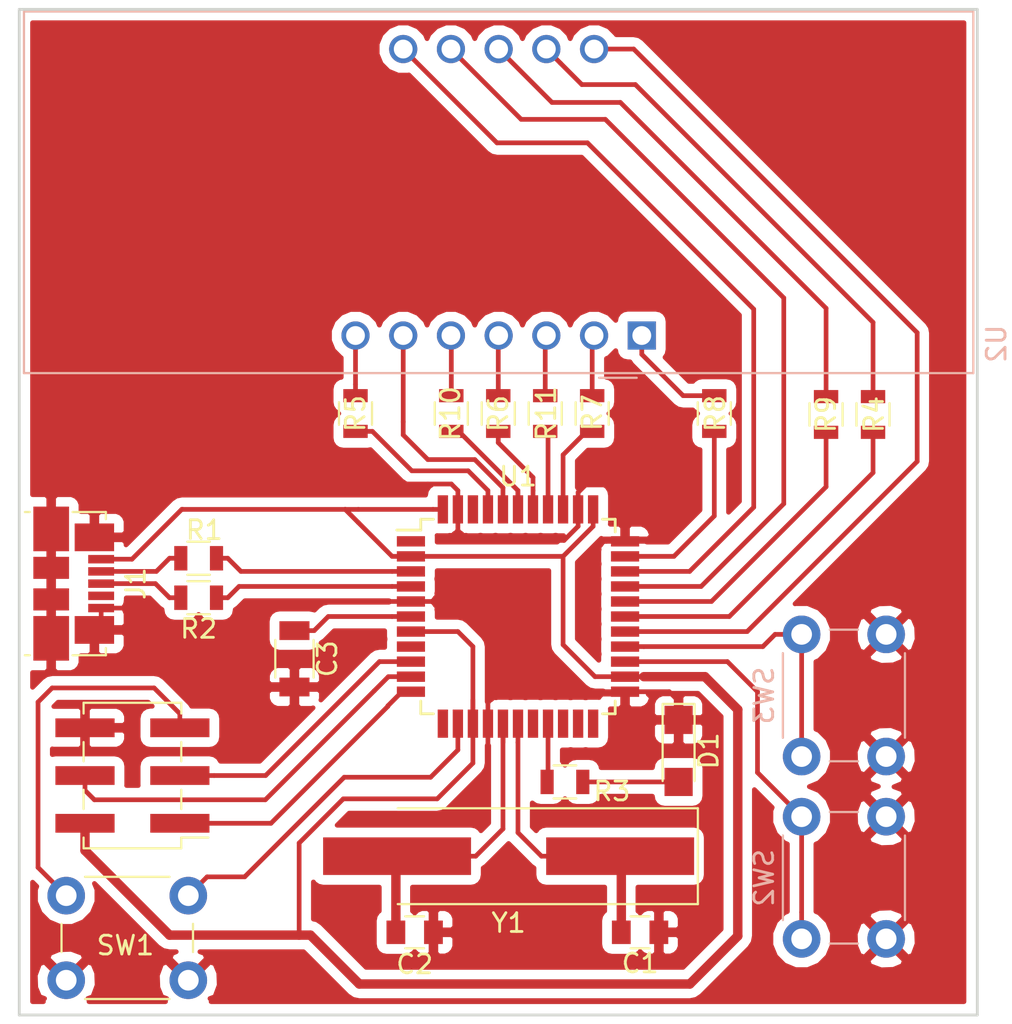
<source format=kicad_pcb>
(kicad_pcb (version 4) (host pcbnew 4.0.7)

  (general
    (links 71)
    (no_connects 2)
    (area 163.924999 84.424999 215.075001 138.075001)
    (thickness 1.6)
    (drawings 4)
    (tracks 217)
    (zones 0)
    (modules 23)
    (nets 38)
  )

  (page A4)
  (layers
    (0 F.Cu signal)
    (31 B.Cu signal)
    (32 B.Adhes user)
    (33 F.Adhes user)
    (34 B.Paste user)
    (35 F.Paste user)
    (36 B.SilkS user)
    (37 F.SilkS user)
    (38 B.Mask user)
    (39 F.Mask user)
    (40 Dwgs.User user)
    (41 Cmts.User user)
    (42 Eco1.User user)
    (43 Eco2.User user)
    (44 Edge.Cuts user)
    (45 Margin user)
    (46 B.CrtYd user)
    (47 F.CrtYd user)
    (48 B.Fab user hide)
    (49 F.Fab user hide)
  )

  (setup
    (last_trace_width 0.25)
    (user_trace_width 0.5)
    (trace_clearance 0.2)
    (zone_clearance 0.508)
    (zone_45_only no)
    (trace_min 0.25)
    (segment_width 0.2)
    (edge_width 0.15)
    (via_size 0.6)
    (via_drill 0.4)
    (via_min_size 0.4)
    (via_min_drill 0.3)
    (uvia_size 0.3)
    (uvia_drill 0.1)
    (uvias_allowed no)
    (uvia_min_size 0.2)
    (uvia_min_drill 0.1)
    (pcb_text_width 0.3)
    (pcb_text_size 1.5 1.5)
    (mod_edge_width 0.15)
    (mod_text_size 1 1)
    (mod_text_width 0.15)
    (pad_size 1.524 1.524)
    (pad_drill 0.762)
    (pad_to_mask_clearance 0.2)
    (aux_axis_origin 0 0)
    (visible_elements 7FFFFFFF)
    (pcbplotparams
      (layerselection 0x00030_80000001)
      (usegerberextensions false)
      (excludeedgelayer true)
      (linewidth 0.100000)
      (plotframeref false)
      (viasonmask false)
      (mode 1)
      (useauxorigin false)
      (hpglpennumber 1)
      (hpglpenspeed 20)
      (hpglpendiameter 15)
      (hpglpenoverlay 2)
      (psnegative false)
      (psa4output false)
      (plotreference true)
      (plotvalue true)
      (plotinvisibletext false)
      (padsonsilk false)
      (subtractmaskfromsilk false)
      (outputformat 1)
      (mirror false)
      (drillshape 1)
      (scaleselection 1)
      (outputdirectory ./))
  )

  (net 0 "")
  (net 1 "Net-(C1-Pad1)")
  (net 2 GND)
  (net 3 "Net-(C2-Pad1)")
  (net 4 "Net-(C3-Pad1)")
  (net 5 "Net-(D1-Pad2)")
  (net 6 "Net-(J1-Pad2)")
  (net 7 VDD)
  (net 8 "Net-(J1-Pad3)")
  (net 9 "Net-(R1-Pad1)")
  (net 10 "Net-(R2-Pad1)")
  (net 11 "Net-(R3-Pad2)")
  (net 12 /MISO)
  (net 13 /MOSI)
  (net 14 /RST)
  (net 15 /SCLK)
  (net 16 "Net-(R4-Pad1)")
  (net 17 /A)
  (net 18 "Net-(R5-Pad1)")
  (net 19 /B)
  (net 20 "Net-(R6-Pad1)")
  (net 21 /C)
  (net 22 "Net-(R7-Pad1)")
  (net 23 /D)
  (net 24 "Net-(R8-Pad1)")
  (net 25 /E)
  (net 26 "Net-(R9-Pad1)")
  (net 27 /F)
  (net 28 "Net-(R10-Pad1)")
  (net 29 /G)
  (net 30 "Net-(R11-Pad1)")
  (net 31 /DP)
  (net 32 /DIGIT1)
  (net 33 /DIGIT2)
  (net 34 /DIGIT3)
  (net 35 /DIGIT4)
  (net 36 /BTN_A)
  (net 37 /BTN_B)

  (net_class Default "This is the default net class."
    (clearance 0.2)
    (trace_width 0.25)
    (via_dia 0.6)
    (via_drill 0.4)
    (uvia_dia 0.3)
    (uvia_drill 0.1)
    (add_net /A)
    (add_net /B)
    (add_net /BTN_A)
    (add_net /BTN_B)
    (add_net /C)
    (add_net /D)
    (add_net /DIGIT1)
    (add_net /DIGIT2)
    (add_net /DIGIT3)
    (add_net /DIGIT4)
    (add_net /DP)
    (add_net /E)
    (add_net /F)
    (add_net /G)
    (add_net /MISO)
    (add_net /MOSI)
    (add_net /RST)
    (add_net /SCLK)
    (add_net GND)
    (add_net "Net-(C1-Pad1)")
    (add_net "Net-(C2-Pad1)")
    (add_net "Net-(C3-Pad1)")
    (add_net "Net-(D1-Pad2)")
    (add_net "Net-(J1-Pad2)")
    (add_net "Net-(J1-Pad3)")
    (add_net "Net-(R1-Pad1)")
    (add_net "Net-(R10-Pad1)")
    (add_net "Net-(R11-Pad1)")
    (add_net "Net-(R2-Pad1)")
    (add_net "Net-(R3-Pad2)")
    (add_net "Net-(R4-Pad1)")
    (add_net "Net-(R5-Pad1)")
    (add_net "Net-(R6-Pad1)")
    (add_net "Net-(R7-Pad1)")
    (add_net "Net-(R8-Pad1)")
    (add_net "Net-(R9-Pad1)")
    (add_net VDD)
  )

  (module Housings_QFP:TQFP-44_10x10mm_Pitch0.8mm (layer F.Cu) (tedit 58CC9A48) (tstamp 5A7047BC)
    (at 190.55 116.8)
    (descr "44-Lead Plastic Thin Quad Flatpack (PT) - 10x10x1.0 mm Body [TQFP] (see Microchip Packaging Specification 00000049BS.pdf)")
    (tags "QFP 0.8")
    (path /5A702FB9)
    (attr smd)
    (fp_text reference U1 (at 0 -7.45) (layer F.SilkS)
      (effects (font (size 1 1) (thickness 0.15)))
    )
    (fp_text value ATMEGA32U4-AU (at 0 7.45) (layer F.Fab)
      (effects (font (size 1 1) (thickness 0.15)))
    )
    (fp_text user %R (at 0 0) (layer F.Fab)
      (effects (font (size 1 1) (thickness 0.15)))
    )
    (fp_line (start -4 -5) (end 5 -5) (layer F.Fab) (width 0.15))
    (fp_line (start 5 -5) (end 5 5) (layer F.Fab) (width 0.15))
    (fp_line (start 5 5) (end -5 5) (layer F.Fab) (width 0.15))
    (fp_line (start -5 5) (end -5 -4) (layer F.Fab) (width 0.15))
    (fp_line (start -5 -4) (end -4 -5) (layer F.Fab) (width 0.15))
    (fp_line (start -6.7 -6.7) (end -6.7 6.7) (layer F.CrtYd) (width 0.05))
    (fp_line (start 6.7 -6.7) (end 6.7 6.7) (layer F.CrtYd) (width 0.05))
    (fp_line (start -6.7 -6.7) (end 6.7 -6.7) (layer F.CrtYd) (width 0.05))
    (fp_line (start -6.7 6.7) (end 6.7 6.7) (layer F.CrtYd) (width 0.05))
    (fp_line (start -5.175 -5.175) (end -5.175 -4.6) (layer F.SilkS) (width 0.15))
    (fp_line (start 5.175 -5.175) (end 5.175 -4.5) (layer F.SilkS) (width 0.15))
    (fp_line (start 5.175 5.175) (end 5.175 4.5) (layer F.SilkS) (width 0.15))
    (fp_line (start -5.175 5.175) (end -5.175 4.5) (layer F.SilkS) (width 0.15))
    (fp_line (start -5.175 -5.175) (end -4.5 -5.175) (layer F.SilkS) (width 0.15))
    (fp_line (start -5.175 5.175) (end -4.5 5.175) (layer F.SilkS) (width 0.15))
    (fp_line (start 5.175 5.175) (end 4.5 5.175) (layer F.SilkS) (width 0.15))
    (fp_line (start 5.175 -5.175) (end 4.5 -5.175) (layer F.SilkS) (width 0.15))
    (fp_line (start -5.175 -4.6) (end -6.45 -4.6) (layer F.SilkS) (width 0.15))
    (pad 1 smd rect (at -5.7 -4) (size 1.5 0.55) (layers F.Cu F.Paste F.Mask))
    (pad 2 smd rect (at -5.7 -3.2) (size 1.5 0.55) (layers F.Cu F.Paste F.Mask)
      (net 7 VDD))
    (pad 3 smd rect (at -5.7 -2.4) (size 1.5 0.55) (layers F.Cu F.Paste F.Mask)
      (net 9 "Net-(R1-Pad1)"))
    (pad 4 smd rect (at -5.7 -1.6) (size 1.5 0.55) (layers F.Cu F.Paste F.Mask)
      (net 10 "Net-(R2-Pad1)"))
    (pad 5 smd rect (at -5.7 -0.8) (size 1.5 0.55) (layers F.Cu F.Paste F.Mask)
      (net 2 GND))
    (pad 6 smd rect (at -5.7 0) (size 1.5 0.55) (layers F.Cu F.Paste F.Mask)
      (net 4 "Net-(C3-Pad1)"))
    (pad 7 smd rect (at -5.7 0.8) (size 1.5 0.55) (layers F.Cu F.Paste F.Mask)
      (net 7 VDD))
    (pad 8 smd rect (at -5.7 1.6) (size 1.5 0.55) (layers F.Cu F.Paste F.Mask))
    (pad 9 smd rect (at -5.7 2.4) (size 1.5 0.55) (layers F.Cu F.Paste F.Mask)
      (net 15 /SCLK))
    (pad 10 smd rect (at -5.7 3.2) (size 1.5 0.55) (layers F.Cu F.Paste F.Mask)
      (net 13 /MOSI))
    (pad 11 smd rect (at -5.7 4) (size 1.5 0.55) (layers F.Cu F.Paste F.Mask)
      (net 12 /MISO))
    (pad 12 smd rect (at -4 5.7 90) (size 1.5 0.55) (layers F.Cu F.Paste F.Mask))
    (pad 13 smd rect (at -3.2 5.7 90) (size 1.5 0.55) (layers F.Cu F.Paste F.Mask)
      (net 14 /RST))
    (pad 14 smd rect (at -2.4 5.7 90) (size 1.5 0.55) (layers F.Cu F.Paste F.Mask)
      (net 7 VDD))
    (pad 15 smd rect (at -1.6 5.7 90) (size 1.5 0.55) (layers F.Cu F.Paste F.Mask)
      (net 2 GND))
    (pad 16 smd rect (at -0.8 5.7 90) (size 1.5 0.55) (layers F.Cu F.Paste F.Mask)
      (net 3 "Net-(C2-Pad1)"))
    (pad 17 smd rect (at 0 5.7 90) (size 1.5 0.55) (layers F.Cu F.Paste F.Mask)
      (net 1 "Net-(C1-Pad1)"))
    (pad 18 smd rect (at 0.8 5.7 90) (size 1.5 0.55) (layers F.Cu F.Paste F.Mask))
    (pad 19 smd rect (at 1.6 5.7 90) (size 1.5 0.55) (layers F.Cu F.Paste F.Mask)
      (net 11 "Net-(R3-Pad2)"))
    (pad 20 smd rect (at 2.4 5.7 90) (size 1.5 0.55) (layers F.Cu F.Paste F.Mask))
    (pad 21 smd rect (at 3.2 5.7 90) (size 1.5 0.55) (layers F.Cu F.Paste F.Mask))
    (pad 22 smd rect (at 4 5.7 90) (size 1.5 0.55) (layers F.Cu F.Paste F.Mask))
    (pad 23 smd rect (at 5.7 4) (size 1.5 0.55) (layers F.Cu F.Paste F.Mask)
      (net 2 GND))
    (pad 24 smd rect (at 5.7 3.2) (size 1.5 0.55) (layers F.Cu F.Paste F.Mask)
      (net 7 VDD))
    (pad 25 smd rect (at 5.7 2.4) (size 1.5 0.55) (layers F.Cu F.Paste F.Mask)
      (net 36 /BTN_A))
    (pad 26 smd rect (at 5.7 1.6) (size 1.5 0.55) (layers F.Cu F.Paste F.Mask)
      (net 37 /BTN_B))
    (pad 27 smd rect (at 5.7 0.8) (size 1.5 0.55) (layers F.Cu F.Paste F.Mask)
      (net 32 /DIGIT1))
    (pad 28 smd rect (at 5.7 0) (size 1.5 0.55) (layers F.Cu F.Paste F.Mask)
      (net 17 /A))
    (pad 29 smd rect (at 5.7 -0.8) (size 1.5 0.55) (layers F.Cu F.Paste F.Mask)
      (net 27 /F))
    (pad 30 smd rect (at 5.7 -1.6) (size 1.5 0.55) (layers F.Cu F.Paste F.Mask)
      (net 33 /DIGIT2))
    (pad 31 smd rect (at 5.7 -2.4) (size 1.5 0.55) (layers F.Cu F.Paste F.Mask)
      (net 34 /DIGIT3))
    (pad 32 smd rect (at 5.7 -3.2) (size 1.5 0.55) (layers F.Cu F.Paste F.Mask)
      (net 25 /E))
    (pad 33 smd rect (at 5.7 -4) (size 1.5 0.55) (layers F.Cu F.Paste F.Mask)
      (net 2 GND))
    (pad 34 smd rect (at 4 -5.7 90) (size 1.5 0.55) (layers F.Cu F.Paste F.Mask)
      (net 7 VDD))
    (pad 35 smd rect (at 3.2 -5.7 90) (size 1.5 0.55) (layers F.Cu F.Paste F.Mask)
      (net 2 GND))
    (pad 36 smd rect (at 2.4 -5.7 90) (size 1.5 0.55) (layers F.Cu F.Paste F.Mask)
      (net 23 /D))
    (pad 37 smd rect (at 1.6 -5.7 90) (size 1.5 0.55) (layers F.Cu F.Paste F.Mask)
      (net 31 /DP))
    (pad 38 smd rect (at 0.8 -5.7 90) (size 1.5 0.55) (layers F.Cu F.Paste F.Mask)
      (net 21 /C))
    (pad 39 smd rect (at 0 -5.7 90) (size 1.5 0.55) (layers F.Cu F.Paste F.Mask)
      (net 29 /G))
    (pad 40 smd rect (at -0.8 -5.7 90) (size 1.5 0.55) (layers F.Cu F.Paste F.Mask)
      (net 35 /DIGIT4))
    (pad 41 smd rect (at -1.6 -5.7 90) (size 1.5 0.55) (layers F.Cu F.Paste F.Mask)
      (net 19 /B))
    (pad 42 smd rect (at -2.4 -5.7 90) (size 1.5 0.55) (layers F.Cu F.Paste F.Mask))
    (pad 43 smd rect (at -3.2 -5.7 90) (size 1.5 0.55) (layers F.Cu F.Paste F.Mask)
      (net 2 GND))
    (pad 44 smd rect (at -4 -5.7 90) (size 1.5 0.55) (layers F.Cu F.Paste F.Mask)
      (net 7 VDD))
    (model ${KISYS3DMOD}/Housings_QFP.3dshapes/TQFP-44_10x10mm_Pitch0.8mm.wrl
      (at (xyz 0 0 0))
      (scale (xyz 1 1 1))
      (rotate (xyz 0 0 0))
    )
  )

  (module Capacitors_SMD:C_0805 (layer F.Cu) (tedit 58AA8463) (tstamp 5A70474F)
    (at 197.05 133.6)
    (descr "Capacitor SMD 0805, reflow soldering, AVX (see smccp.pdf)")
    (tags "capacitor 0805")
    (path /5A70337D)
    (attr smd)
    (fp_text reference C1 (at 0 1.65) (layer F.SilkS)
      (effects (font (size 1 1) (thickness 0.15)))
    )
    (fp_text value 12-22pF (at 0 1.75) (layer F.Fab)
      (effects (font (size 1 1) (thickness 0.15)))
    )
    (fp_text user %R (at 0 -1.5) (layer F.Fab)
      (effects (font (size 1 1) (thickness 0.15)))
    )
    (fp_line (start -1 0.62) (end -1 -0.62) (layer F.Fab) (width 0.1))
    (fp_line (start 1 0.62) (end -1 0.62) (layer F.Fab) (width 0.1))
    (fp_line (start 1 -0.62) (end 1 0.62) (layer F.Fab) (width 0.1))
    (fp_line (start -1 -0.62) (end 1 -0.62) (layer F.Fab) (width 0.1))
    (fp_line (start 0.5 -0.85) (end -0.5 -0.85) (layer F.SilkS) (width 0.12))
    (fp_line (start -0.5 0.85) (end 0.5 0.85) (layer F.SilkS) (width 0.12))
    (fp_line (start -1.75 -0.88) (end 1.75 -0.88) (layer F.CrtYd) (width 0.05))
    (fp_line (start -1.75 -0.88) (end -1.75 0.87) (layer F.CrtYd) (width 0.05))
    (fp_line (start 1.75 0.87) (end 1.75 -0.88) (layer F.CrtYd) (width 0.05))
    (fp_line (start 1.75 0.87) (end -1.75 0.87) (layer F.CrtYd) (width 0.05))
    (pad 1 smd rect (at -1 0) (size 1 1.25) (layers F.Cu F.Paste F.Mask)
      (net 1 "Net-(C1-Pad1)"))
    (pad 2 smd rect (at 1 0) (size 1 1.25) (layers F.Cu F.Paste F.Mask)
      (net 2 GND))
    (model Capacitors_SMD.3dshapes/C_0805.wrl
      (at (xyz 0 0 0))
      (scale (xyz 1 1 1))
      (rotate (xyz 0 0 0))
    )
  )

  (module Capacitors_SMD:C_0805 (layer F.Cu) (tedit 58AA8463) (tstamp 5A704755)
    (at 185.05 133.6)
    (descr "Capacitor SMD 0805, reflow soldering, AVX (see smccp.pdf)")
    (tags "capacitor 0805")
    (path /5A7033D4)
    (attr smd)
    (fp_text reference C2 (at 0 1.7) (layer F.SilkS)
      (effects (font (size 1 1) (thickness 0.15)))
    )
    (fp_text value 12-22pF (at 0 1.75) (layer F.Fab)
      (effects (font (size 1 1) (thickness 0.15)))
    )
    (fp_text user %R (at 0 -1.5) (layer F.Fab)
      (effects (font (size 1 1) (thickness 0.15)))
    )
    (fp_line (start -1 0.62) (end -1 -0.62) (layer F.Fab) (width 0.1))
    (fp_line (start 1 0.62) (end -1 0.62) (layer F.Fab) (width 0.1))
    (fp_line (start 1 -0.62) (end 1 0.62) (layer F.Fab) (width 0.1))
    (fp_line (start -1 -0.62) (end 1 -0.62) (layer F.Fab) (width 0.1))
    (fp_line (start 0.5 -0.85) (end -0.5 -0.85) (layer F.SilkS) (width 0.12))
    (fp_line (start -0.5 0.85) (end 0.5 0.85) (layer F.SilkS) (width 0.12))
    (fp_line (start -1.75 -0.88) (end 1.75 -0.88) (layer F.CrtYd) (width 0.05))
    (fp_line (start -1.75 -0.88) (end -1.75 0.87) (layer F.CrtYd) (width 0.05))
    (fp_line (start 1.75 0.87) (end 1.75 -0.88) (layer F.CrtYd) (width 0.05))
    (fp_line (start 1.75 0.87) (end -1.75 0.87) (layer F.CrtYd) (width 0.05))
    (pad 1 smd rect (at -1 0) (size 1 1.25) (layers F.Cu F.Paste F.Mask)
      (net 3 "Net-(C2-Pad1)"))
    (pad 2 smd rect (at 1 0) (size 1 1.25) (layers F.Cu F.Paste F.Mask)
      (net 2 GND))
    (model Capacitors_SMD.3dshapes/C_0805.wrl
      (at (xyz 0 0 0))
      (scale (xyz 1 1 1))
      (rotate (xyz 0 0 0))
    )
  )

  (module LEDs:LED_1206 (layer F.Cu) (tedit 57FE943C) (tstamp 5A704761)
    (at 199.1 123.95 270)
    (descr "LED 1206 smd package")
    (tags "LED led 1206 SMD smd SMT smt smdled SMDLED smtled SMTLED")
    (path /5A703B18)
    (attr smd)
    (fp_text reference D1 (at 0 -1.6 270) (layer F.SilkS)
      (effects (font (size 1 1) (thickness 0.15)))
    )
    (fp_text value LED (at 0 1.7 270) (layer F.Fab)
      (effects (font (size 1 1) (thickness 0.15)))
    )
    (fp_line (start -2.5 -0.85) (end -2.5 0.85) (layer F.SilkS) (width 0.12))
    (fp_line (start -0.45 -0.4) (end -0.45 0.4) (layer F.Fab) (width 0.1))
    (fp_line (start -0.4 0) (end 0.2 -0.4) (layer F.Fab) (width 0.1))
    (fp_line (start 0.2 0.4) (end -0.4 0) (layer F.Fab) (width 0.1))
    (fp_line (start 0.2 -0.4) (end 0.2 0.4) (layer F.Fab) (width 0.1))
    (fp_line (start 1.6 0.8) (end -1.6 0.8) (layer F.Fab) (width 0.1))
    (fp_line (start 1.6 -0.8) (end 1.6 0.8) (layer F.Fab) (width 0.1))
    (fp_line (start -1.6 -0.8) (end 1.6 -0.8) (layer F.Fab) (width 0.1))
    (fp_line (start -1.6 0.8) (end -1.6 -0.8) (layer F.Fab) (width 0.1))
    (fp_line (start -2.45 0.85) (end 1.6 0.85) (layer F.SilkS) (width 0.12))
    (fp_line (start -2.45 -0.85) (end 1.6 -0.85) (layer F.SilkS) (width 0.12))
    (fp_line (start 2.65 -1) (end 2.65 1) (layer F.CrtYd) (width 0.05))
    (fp_line (start 2.65 1) (end -2.65 1) (layer F.CrtYd) (width 0.05))
    (fp_line (start -2.65 1) (end -2.65 -1) (layer F.CrtYd) (width 0.05))
    (fp_line (start -2.65 -1) (end 2.65 -1) (layer F.CrtYd) (width 0.05))
    (pad 2 smd rect (at 1.65 0 90) (size 1.5 1.5) (layers F.Cu F.Paste F.Mask)
      (net 5 "Net-(D1-Pad2)"))
    (pad 1 smd rect (at -1.65 0 90) (size 1.5 1.5) (layers F.Cu F.Paste F.Mask)
      (net 2 GND))
    (model ${KISYS3DMOD}/LEDs.3dshapes/LED_1206.wrl
      (at (xyz 0 0 0))
      (scale (xyz 1 1 1))
      (rotate (xyz 0 0 180))
    )
  )

  (module Resistors_SMD:R_0805 (layer F.Cu) (tedit 58E0A804) (tstamp 5A704778)
    (at 173.55 113.7 180)
    (descr "Resistor SMD 0805, reflow soldering, Vishay (see dcrcw.pdf)")
    (tags "resistor 0805")
    (path /5A7030D7)
    (attr smd)
    (fp_text reference R1 (at -0.3 1.5 180) (layer F.SilkS)
      (effects (font (size 1 1) (thickness 0.15)))
    )
    (fp_text value 22 (at 2.7 0 180) (layer F.Fab)
      (effects (font (size 1 1) (thickness 0.15)))
    )
    (fp_text user %R (at 0 0 180) (layer F.Fab)
      (effects (font (size 0.5 0.5) (thickness 0.075)))
    )
    (fp_line (start -1 0.62) (end -1 -0.62) (layer F.Fab) (width 0.1))
    (fp_line (start 1 0.62) (end -1 0.62) (layer F.Fab) (width 0.1))
    (fp_line (start 1 -0.62) (end 1 0.62) (layer F.Fab) (width 0.1))
    (fp_line (start -1 -0.62) (end 1 -0.62) (layer F.Fab) (width 0.1))
    (fp_line (start 0.6 0.88) (end -0.6 0.88) (layer F.SilkS) (width 0.12))
    (fp_line (start -0.6 -0.88) (end 0.6 -0.88) (layer F.SilkS) (width 0.12))
    (fp_line (start -1.55 -0.9) (end 1.55 -0.9) (layer F.CrtYd) (width 0.05))
    (fp_line (start -1.55 -0.9) (end -1.55 0.9) (layer F.CrtYd) (width 0.05))
    (fp_line (start 1.55 0.9) (end 1.55 -0.9) (layer F.CrtYd) (width 0.05))
    (fp_line (start 1.55 0.9) (end -1.55 0.9) (layer F.CrtYd) (width 0.05))
    (pad 1 smd rect (at -0.95 0 180) (size 0.7 1.3) (layers F.Cu F.Paste F.Mask)
      (net 9 "Net-(R1-Pad1)"))
    (pad 2 smd rect (at 0.95 0 180) (size 0.7 1.3) (layers F.Cu F.Paste F.Mask)
      (net 6 "Net-(J1-Pad2)"))
    (model ${KISYS3DMOD}/Resistors_SMD.3dshapes/R_0805.wrl
      (at (xyz 0 0 0))
      (scale (xyz 1 1 1))
      (rotate (xyz 0 0 0))
    )
  )

  (module Resistors_SMD:R_0805 (layer F.Cu) (tedit 58E0A804) (tstamp 5A70477E)
    (at 173.55 115.8 180)
    (descr "Resistor SMD 0805, reflow soldering, Vishay (see dcrcw.pdf)")
    (tags "resistor 0805")
    (path /5A703069)
    (attr smd)
    (fp_text reference R2 (at 0 -1.65 180) (layer F.SilkS)
      (effects (font (size 1 1) (thickness 0.15)))
    )
    (fp_text value 22 (at 2.75 -0.25 180) (layer F.Fab)
      (effects (font (size 1 1) (thickness 0.15)))
    )
    (fp_text user %R (at 0 0 180) (layer F.Fab)
      (effects (font (size 0.5 0.5) (thickness 0.075)))
    )
    (fp_line (start -1 0.62) (end -1 -0.62) (layer F.Fab) (width 0.1))
    (fp_line (start 1 0.62) (end -1 0.62) (layer F.Fab) (width 0.1))
    (fp_line (start 1 -0.62) (end 1 0.62) (layer F.Fab) (width 0.1))
    (fp_line (start -1 -0.62) (end 1 -0.62) (layer F.Fab) (width 0.1))
    (fp_line (start 0.6 0.88) (end -0.6 0.88) (layer F.SilkS) (width 0.12))
    (fp_line (start -0.6 -0.88) (end 0.6 -0.88) (layer F.SilkS) (width 0.12))
    (fp_line (start -1.55 -0.9) (end 1.55 -0.9) (layer F.CrtYd) (width 0.05))
    (fp_line (start -1.55 -0.9) (end -1.55 0.9) (layer F.CrtYd) (width 0.05))
    (fp_line (start 1.55 0.9) (end 1.55 -0.9) (layer F.CrtYd) (width 0.05))
    (fp_line (start 1.55 0.9) (end -1.55 0.9) (layer F.CrtYd) (width 0.05))
    (pad 1 smd rect (at -0.95 0 180) (size 0.7 1.3) (layers F.Cu F.Paste F.Mask)
      (net 10 "Net-(R2-Pad1)"))
    (pad 2 smd rect (at 0.95 0 180) (size 0.7 1.3) (layers F.Cu F.Paste F.Mask)
      (net 8 "Net-(J1-Pad3)"))
    (model ${KISYS3DMOD}/Resistors_SMD.3dshapes/R_0805.wrl
      (at (xyz 0 0 0))
      (scale (xyz 1 1 1))
      (rotate (xyz 0 0 0))
    )
  )

  (module Resistors_SMD:R_0805 (layer F.Cu) (tedit 58E0A804) (tstamp 5A704784)
    (at 193.05 125.6 180)
    (descr "Resistor SMD 0805, reflow soldering, Vishay (see dcrcw.pdf)")
    (tags "resistor 0805")
    (path /5A703B93)
    (attr smd)
    (fp_text reference R3 (at -2.5 -0.5 180) (layer F.SilkS)
      (effects (font (size 1 1) (thickness 0.15)))
    )
    (fp_text value 220 (at 0 1.75 180) (layer F.Fab)
      (effects (font (size 1 1) (thickness 0.15)))
    )
    (fp_text user %R (at 0 0 180) (layer F.Fab)
      (effects (font (size 0.5 0.5) (thickness 0.075)))
    )
    (fp_line (start -1 0.62) (end -1 -0.62) (layer F.Fab) (width 0.1))
    (fp_line (start 1 0.62) (end -1 0.62) (layer F.Fab) (width 0.1))
    (fp_line (start 1 -0.62) (end 1 0.62) (layer F.Fab) (width 0.1))
    (fp_line (start -1 -0.62) (end 1 -0.62) (layer F.Fab) (width 0.1))
    (fp_line (start 0.6 0.88) (end -0.6 0.88) (layer F.SilkS) (width 0.12))
    (fp_line (start -0.6 -0.88) (end 0.6 -0.88) (layer F.SilkS) (width 0.12))
    (fp_line (start -1.55 -0.9) (end 1.55 -0.9) (layer F.CrtYd) (width 0.05))
    (fp_line (start -1.55 -0.9) (end -1.55 0.9) (layer F.CrtYd) (width 0.05))
    (fp_line (start 1.55 0.9) (end 1.55 -0.9) (layer F.CrtYd) (width 0.05))
    (fp_line (start 1.55 0.9) (end -1.55 0.9) (layer F.CrtYd) (width 0.05))
    (pad 1 smd rect (at -0.95 0 180) (size 0.7 1.3) (layers F.Cu F.Paste F.Mask)
      (net 5 "Net-(D1-Pad2)"))
    (pad 2 smd rect (at 0.95 0 180) (size 0.7 1.3) (layers F.Cu F.Paste F.Mask)
      (net 11 "Net-(R3-Pad2)"))
    (model ${KISYS3DMOD}/Resistors_SMD.3dshapes/R_0805.wrl
      (at (xyz 0 0 0))
      (scale (xyz 1 1 1))
      (rotate (xyz 0 0 0))
    )
  )

  (module Crystals:Crystal_SMD_HC49-SD_HandSoldering (layer F.Cu) (tedit 58CD2E9D) (tstamp 5A7047C2)
    (at 190.05 129.55 180)
    (descr "SMD Crystal HC-49-SD http://cdn-reichelt.de/documents/datenblatt/B400/xxx-HC49-SMD.pdf, hand-soldering, 11.4x4.7mm^2 package")
    (tags "SMD SMT crystal hand-soldering")
    (path /5A70328B)
    (attr smd)
    (fp_text reference Y1 (at 0 -3.55 180) (layer F.SilkS)
      (effects (font (size 1 1) (thickness 0.15)))
    )
    (fp_text value Crystal (at 0 3.55 180) (layer F.Fab)
      (effects (font (size 1 1) (thickness 0.15)))
    )
    (fp_text user %R (at 0 0 180) (layer F.Fab)
      (effects (font (size 1 1) (thickness 0.15)))
    )
    (fp_line (start -5.7 -2.35) (end -5.7 2.35) (layer F.Fab) (width 0.1))
    (fp_line (start -5.7 2.35) (end 5.7 2.35) (layer F.Fab) (width 0.1))
    (fp_line (start 5.7 2.35) (end 5.7 -2.35) (layer F.Fab) (width 0.1))
    (fp_line (start 5.7 -2.35) (end -5.7 -2.35) (layer F.Fab) (width 0.1))
    (fp_line (start -3.015 -2.115) (end 3.015 -2.115) (layer F.Fab) (width 0.1))
    (fp_line (start -3.015 2.115) (end 3.015 2.115) (layer F.Fab) (width 0.1))
    (fp_line (start 5.9 -2.55) (end -10.075 -2.55) (layer F.SilkS) (width 0.12))
    (fp_line (start -10.075 -2.55) (end -10.075 2.55) (layer F.SilkS) (width 0.12))
    (fp_line (start -10.075 2.55) (end 5.9 2.55) (layer F.SilkS) (width 0.12))
    (fp_line (start -10.2 -2.6) (end -10.2 2.6) (layer F.CrtYd) (width 0.05))
    (fp_line (start -10.2 2.6) (end 10.2 2.6) (layer F.CrtYd) (width 0.05))
    (fp_line (start 10.2 2.6) (end 10.2 -2.6) (layer F.CrtYd) (width 0.05))
    (fp_line (start 10.2 -2.6) (end -10.2 -2.6) (layer F.CrtYd) (width 0.05))
    (fp_arc (start -3.015 0) (end -3.015 -2.115) (angle -180) (layer F.Fab) (width 0.1))
    (fp_arc (start 3.015 0) (end 3.015 -2.115) (angle 180) (layer F.Fab) (width 0.1))
    (pad 1 smd rect (at -5.9375 0 180) (size 7.875 2) (layers F.Cu F.Paste F.Mask)
      (net 1 "Net-(C1-Pad1)"))
    (pad 2 smd rect (at 5.9375 0 180) (size 7.875 2) (layers F.Cu F.Paste F.Mask)
      (net 3 "Net-(C2-Pad1)"))
    (model ${KISYS3DMOD}/Crystals.3dshapes/Crystal_SMD_HC49-SD-2pin_HandSoldering.wrl
      (at (xyz 0 0 0))
      (scale (xyz 1 1 1))
      (rotate (xyz 0 0 0))
    )
  )

  (module Pin_Headers:Pin_Header_Straight_2x03_Pitch2.54mm_SMD (layer F.Cu) (tedit 5A882F6E) (tstamp 5A882F40)
    (at 170.025 125.26 180)
    (descr "surface-mounted straight pin header, 2x03, 2.54mm pitch, double rows")
    (tags "Surface mounted pin header SMD 2x03 2.54mm double row")
    (path /5A882A1F)
    (attr smd)
    (fp_text reference CON1 (at -0.025 -0.44 270) (layer F.SilkS) hide
      (effects (font (size 1 1) (thickness 0.15)))
    )
    (fp_text value AVR-ISP-6 (at 0 4.87 180) (layer F.Fab)
      (effects (font (size 1 1) (thickness 0.15)))
    )
    (fp_line (start 2.54 3.81) (end -2.54 3.81) (layer F.Fab) (width 0.1))
    (fp_line (start -1.59 -3.81) (end 2.54 -3.81) (layer F.Fab) (width 0.1))
    (fp_line (start -2.54 3.81) (end -2.54 -2.86) (layer F.Fab) (width 0.1))
    (fp_line (start -2.54 -2.86) (end -1.59 -3.81) (layer F.Fab) (width 0.1))
    (fp_line (start 2.54 -3.81) (end 2.54 3.81) (layer F.Fab) (width 0.1))
    (fp_line (start -2.54 -2.86) (end -3.6 -2.86) (layer F.Fab) (width 0.1))
    (fp_line (start -3.6 -2.86) (end -3.6 -2.22) (layer F.Fab) (width 0.1))
    (fp_line (start -3.6 -2.22) (end -2.54 -2.22) (layer F.Fab) (width 0.1))
    (fp_line (start 2.54 -2.86) (end 3.6 -2.86) (layer F.Fab) (width 0.1))
    (fp_line (start 3.6 -2.86) (end 3.6 -2.22) (layer F.Fab) (width 0.1))
    (fp_line (start 3.6 -2.22) (end 2.54 -2.22) (layer F.Fab) (width 0.1))
    (fp_line (start -2.54 -0.32) (end -3.6 -0.32) (layer F.Fab) (width 0.1))
    (fp_line (start -3.6 -0.32) (end -3.6 0.32) (layer F.Fab) (width 0.1))
    (fp_line (start -3.6 0.32) (end -2.54 0.32) (layer F.Fab) (width 0.1))
    (fp_line (start 2.54 -0.32) (end 3.6 -0.32) (layer F.Fab) (width 0.1))
    (fp_line (start 3.6 -0.32) (end 3.6 0.32) (layer F.Fab) (width 0.1))
    (fp_line (start 3.6 0.32) (end 2.54 0.32) (layer F.Fab) (width 0.1))
    (fp_line (start -2.54 2.22) (end -3.6 2.22) (layer F.Fab) (width 0.1))
    (fp_line (start -3.6 2.22) (end -3.6 2.86) (layer F.Fab) (width 0.1))
    (fp_line (start -3.6 2.86) (end -2.54 2.86) (layer F.Fab) (width 0.1))
    (fp_line (start 2.54 2.22) (end 3.6 2.22) (layer F.Fab) (width 0.1))
    (fp_line (start 3.6 2.22) (end 3.6 2.86) (layer F.Fab) (width 0.1))
    (fp_line (start 3.6 2.86) (end 2.54 2.86) (layer F.Fab) (width 0.1))
    (fp_line (start -2.6 -3.87) (end 2.6 -3.87) (layer F.SilkS) (width 0.12))
    (fp_line (start -2.6 3.87) (end 2.6 3.87) (layer F.SilkS) (width 0.12))
    (fp_line (start -4.04 -3.3) (end -2.6 -3.3) (layer F.SilkS) (width 0.12))
    (fp_line (start -2.6 -3.87) (end -2.6 -3.3) (layer F.SilkS) (width 0.12))
    (fp_line (start 2.6 -3.87) (end 2.6 -3.3) (layer F.SilkS) (width 0.12))
    (fp_line (start -2.6 3.3) (end -2.6 3.87) (layer F.SilkS) (width 0.12))
    (fp_line (start 2.6 3.3) (end 2.6 3.87) (layer F.SilkS) (width 0.12))
    (fp_line (start -2.6 -1.78) (end -2.6 -0.76) (layer F.SilkS) (width 0.12))
    (fp_line (start 2.6 -1.78) (end 2.6 -0.76) (layer F.SilkS) (width 0.12))
    (fp_line (start -2.6 0.76) (end -2.6 1.78) (layer F.SilkS) (width 0.12))
    (fp_line (start 2.6 0.76) (end 2.6 1.78) (layer F.SilkS) (width 0.12))
    (fp_line (start -5.9 -4.35) (end -5.9 4.35) (layer F.CrtYd) (width 0.05))
    (fp_line (start -5.9 4.35) (end 5.9 4.35) (layer F.CrtYd) (width 0.05))
    (fp_line (start 5.9 4.35) (end 5.9 -4.35) (layer F.CrtYd) (width 0.05))
    (fp_line (start 5.9 -4.35) (end -5.9 -4.35) (layer F.CrtYd) (width 0.05))
    (fp_text user %R (at 0 0 270) (layer F.Fab)
      (effects (font (size 1 1) (thickness 0.15)))
    )
    (pad 1 smd rect (at -2.525 -2.54 180) (size 3.15 1) (layers F.Cu F.Paste F.Mask)
      (net 12 /MISO))
    (pad 2 smd rect (at 2.525 -2.54 180) (size 3.15 1) (layers F.Cu F.Paste F.Mask)
      (net 7 VDD))
    (pad 3 smd rect (at -2.525 0 180) (size 3.15 1) (layers F.Cu F.Paste F.Mask)
      (net 15 /SCLK))
    (pad 4 smd rect (at 2.525 0 180) (size 3.15 1) (layers F.Cu F.Paste F.Mask)
      (net 13 /MOSI))
    (pad 5 smd rect (at -2.525 2.54 180) (size 3.15 1) (layers F.Cu F.Paste F.Mask)
      (net 14 /RST))
    (pad 6 smd rect (at 2.525 2.54 180) (size 3.15 1) (layers F.Cu F.Paste F.Mask)
      (net 2 GND))
    (model ${KISYS3DMOD}/Pin_Headers.3dshapes/Pin_Header_Straight_2x03_Pitch2.54mm_SMD.wrl
      (at (xyz 0 0 0))
      (scale (xyz 1 1 1))
      (rotate (xyz 0 0 0))
    )
  )

  (module Capacitors_SMD:C_1206 (layer F.Cu) (tedit 58AA84B8) (tstamp 5A883214)
    (at 178.65 119.05 270)
    (descr "Capacitor SMD 1206, reflow soldering, AVX (see smccp.pdf)")
    (tags "capacitor 1206")
    (path /5A7031A9)
    (attr smd)
    (fp_text reference C3 (at 0 -1.75 270) (layer F.SilkS)
      (effects (font (size 1 1) (thickness 0.15)))
    )
    (fp_text value 1uF (at 0 2 270) (layer F.Fab)
      (effects (font (size 1 1) (thickness 0.15)))
    )
    (fp_text user %R (at 0 -1.75 270) (layer F.Fab)
      (effects (font (size 1 1) (thickness 0.15)))
    )
    (fp_line (start -1.6 0.8) (end -1.6 -0.8) (layer F.Fab) (width 0.1))
    (fp_line (start 1.6 0.8) (end -1.6 0.8) (layer F.Fab) (width 0.1))
    (fp_line (start 1.6 -0.8) (end 1.6 0.8) (layer F.Fab) (width 0.1))
    (fp_line (start -1.6 -0.8) (end 1.6 -0.8) (layer F.Fab) (width 0.1))
    (fp_line (start 1 -1.02) (end -1 -1.02) (layer F.SilkS) (width 0.12))
    (fp_line (start -1 1.02) (end 1 1.02) (layer F.SilkS) (width 0.12))
    (fp_line (start -2.25 -1.05) (end 2.25 -1.05) (layer F.CrtYd) (width 0.05))
    (fp_line (start -2.25 -1.05) (end -2.25 1.05) (layer F.CrtYd) (width 0.05))
    (fp_line (start 2.25 1.05) (end 2.25 -1.05) (layer F.CrtYd) (width 0.05))
    (fp_line (start 2.25 1.05) (end -2.25 1.05) (layer F.CrtYd) (width 0.05))
    (pad 1 smd rect (at -1.5 0 270) (size 1 1.6) (layers F.Cu F.Paste F.Mask)
      (net 4 "Net-(C3-Pad1)"))
    (pad 2 smd rect (at 1.5 0 270) (size 1 1.6) (layers F.Cu F.Paste F.Mask)
      (net 2 GND))
    (model Capacitors_SMD.3dshapes/C_1206.wrl
      (at (xyz 0 0 0))
      (scale (xyz 1 1 1))
      (rotate (xyz 0 0 0))
    )
  )

  (module Connectors_USB:USB_Micro-B_Molex_47346-0001 (layer F.Cu) (tedit 594C50D0) (tstamp 5A884245)
    (at 165.7 115.05 270)
    (descr "Micro USB B receptable with flange, bottom-mount, SMD, right-angle (http://www.molex.com/pdm_docs/sd/473460001_sd.pdf)")
    (tags "Micro B USB SMD")
    (path /5A70300E)
    (attr smd)
    (fp_text reference J1 (at 0 -4.5 450) (layer F.SilkS)
      (effects (font (size 1 1) (thickness 0.15)))
    )
    (fp_text value USB_OTG (at 0 3.4 450) (layer F.Fab)
      (effects (font (size 1 1) (thickness 0.15)))
    )
    (fp_text user "PCB Edge" (at 0 1.47 450) (layer Dwgs.User)
      (effects (font (size 0.4 0.4) (thickness 0.04)))
    )
    (fp_text user %R (at 0 0 270) (layer F.Fab)
      (effects (font (size 1 1) (thickness 0.15)))
    )
    (fp_line (start 3.81 -2.91) (end 3.43 -2.91) (layer F.SilkS) (width 0.12))
    (fp_line (start 4.6 2.7) (end -4.6 2.7) (layer F.CrtYd) (width 0.05))
    (fp_line (start 4.6 -3.9) (end 4.6 2.7) (layer F.CrtYd) (width 0.05))
    (fp_line (start -4.6 -3.9) (end 4.6 -3.9) (layer F.CrtYd) (width 0.05))
    (fp_line (start -4.6 2.7) (end -4.6 -3.9) (layer F.CrtYd) (width 0.05))
    (fp_line (start 3.75 2.15) (end -3.75 2.15) (layer F.Fab) (width 0.1))
    (fp_line (start 3.75 -2.85) (end 3.75 2.15) (layer F.Fab) (width 0.1))
    (fp_line (start -3.75 -2.85) (end 3.75 -2.85) (layer F.Fab) (width 0.1))
    (fp_line (start -3.75 2.15) (end -3.75 -2.85) (layer F.Fab) (width 0.1))
    (fp_line (start 3.81 1.14) (end 3.81 1.4) (layer F.SilkS) (width 0.12))
    (fp_line (start 3.81 -2.91) (end 3.81 -1.14) (layer F.SilkS) (width 0.12))
    (fp_line (start -3.81 -2.91) (end -3.43 -2.91) (layer F.SilkS) (width 0.12))
    (fp_line (start -3.81 -1.14) (end -3.81 -2.91) (layer F.SilkS) (width 0.12))
    (fp_line (start -3.81 1.4) (end -3.81 1.14) (layer F.SilkS) (width 0.12))
    (fp_line (start -3.25 1.45) (end 3.25 1.45) (layer F.Fab) (width 0.1))
    (pad 1 smd rect (at -1.3 -2.66 270) (size 0.45 1.38) (layers F.Cu F.Paste F.Mask)
      (net 7 VDD))
    (pad 2 smd rect (at -0.65 -2.66 270) (size 0.45 1.38) (layers F.Cu F.Paste F.Mask)
      (net 6 "Net-(J1-Pad2)"))
    (pad 3 smd rect (at 0 -2.66 270) (size 0.45 1.38) (layers F.Cu F.Paste F.Mask)
      (net 8 "Net-(J1-Pad3)"))
    (pad 4 smd rect (at 0.65 -2.66 270) (size 0.45 1.38) (layers F.Cu F.Paste F.Mask))
    (pad 5 smd rect (at 1.3 -2.66 270) (size 0.45 1.38) (layers F.Cu F.Paste F.Mask)
      (net 2 GND))
    (pad 6 smd rect (at -2.4625 -2.3 270) (size 1.475 2.1) (layers F.Cu F.Paste F.Mask)
      (net 2 GND))
    (pad 6 smd rect (at 2.4625 -2.3 270) (size 1.475 2.1) (layers F.Cu F.Paste F.Mask)
      (net 2 GND))
    (pad 6 smd rect (at -2.91 0 270) (size 2.375 1.9) (layers F.Cu F.Paste F.Mask)
      (net 2 GND))
    (pad 6 smd rect (at 2.91 0 270) (size 2.375 1.9) (layers F.Cu F.Paste F.Mask)
      (net 2 GND))
    (pad 6 smd rect (at -0.84 0 270) (size 1.175 1.9) (layers F.Cu F.Paste F.Mask)
      (net 2 GND))
    (pad 6 smd rect (at 0.84 0 270) (size 1.175 1.9) (layers F.Cu F.Paste F.Mask)
      (net 2 GND))
    (model ${KISYS3DMOD}/Connectors_USB.3dshapes/USB_Micro-B_Molex_47346-0001.wrl
      (at (xyz 0 0 0))
      (scale (xyz 1 1 1))
      (rotate (xyz 0 0 0))
    )
  )

  (module Resistors_SMD:R_0805 (layer F.Cu) (tedit 58E0A804) (tstamp 5A884B82)
    (at 209.45 106.05 270)
    (descr "Resistor SMD 0805, reflow soldering, Vishay (see dcrcw.pdf)")
    (tags "resistor 0805")
    (path /5A884BD3)
    (attr smd)
    (fp_text reference R4 (at 0 -0.05 270) (layer F.SilkS)
      (effects (font (size 1 1) (thickness 0.15)))
    )
    (fp_text value 220 (at 0 1.75 270) (layer F.Fab)
      (effects (font (size 1 1) (thickness 0.15)))
    )
    (fp_text user %R (at 0 0 270) (layer F.Fab)
      (effects (font (size 0.5 0.5) (thickness 0.075)))
    )
    (fp_line (start -1 0.62) (end -1 -0.62) (layer F.Fab) (width 0.1))
    (fp_line (start 1 0.62) (end -1 0.62) (layer F.Fab) (width 0.1))
    (fp_line (start 1 -0.62) (end 1 0.62) (layer F.Fab) (width 0.1))
    (fp_line (start -1 -0.62) (end 1 -0.62) (layer F.Fab) (width 0.1))
    (fp_line (start 0.6 0.88) (end -0.6 0.88) (layer F.SilkS) (width 0.12))
    (fp_line (start -0.6 -0.88) (end 0.6 -0.88) (layer F.SilkS) (width 0.12))
    (fp_line (start -1.55 -0.9) (end 1.55 -0.9) (layer F.CrtYd) (width 0.05))
    (fp_line (start -1.55 -0.9) (end -1.55 0.9) (layer F.CrtYd) (width 0.05))
    (fp_line (start 1.55 0.9) (end 1.55 -0.9) (layer F.CrtYd) (width 0.05))
    (fp_line (start 1.55 0.9) (end -1.55 0.9) (layer F.CrtYd) (width 0.05))
    (pad 1 smd rect (at -0.95 0 270) (size 0.7 1.3) (layers F.Cu F.Paste F.Mask)
      (net 16 "Net-(R4-Pad1)"))
    (pad 2 smd rect (at 0.95 0 270) (size 0.7 1.3) (layers F.Cu F.Paste F.Mask)
      (net 17 /A))
    (model ${KISYS3DMOD}/Resistors_SMD.3dshapes/R_0805.wrl
      (at (xyz 0 0 0))
      (scale (xyz 1 1 1))
      (rotate (xyz 0 0 0))
    )
  )

  (module Resistors_SMD:R_0805 (layer F.Cu) (tedit 58E0A804) (tstamp 5A884B93)
    (at 181.9 106 270)
    (descr "Resistor SMD 0805, reflow soldering, Vishay (see dcrcw.pdf)")
    (tags "resistor 0805")
    (path /5A884D67)
    (attr smd)
    (fp_text reference R5 (at 0 0 270) (layer F.SilkS)
      (effects (font (size 1 1) (thickness 0.15)))
    )
    (fp_text value 220 (at 0 1.75 270) (layer F.Fab)
      (effects (font (size 1 1) (thickness 0.15)))
    )
    (fp_text user %R (at 0 0 270) (layer F.Fab)
      (effects (font (size 0.5 0.5) (thickness 0.075)))
    )
    (fp_line (start -1 0.62) (end -1 -0.62) (layer F.Fab) (width 0.1))
    (fp_line (start 1 0.62) (end -1 0.62) (layer F.Fab) (width 0.1))
    (fp_line (start 1 -0.62) (end 1 0.62) (layer F.Fab) (width 0.1))
    (fp_line (start -1 -0.62) (end 1 -0.62) (layer F.Fab) (width 0.1))
    (fp_line (start 0.6 0.88) (end -0.6 0.88) (layer F.SilkS) (width 0.12))
    (fp_line (start -0.6 -0.88) (end 0.6 -0.88) (layer F.SilkS) (width 0.12))
    (fp_line (start -1.55 -0.9) (end 1.55 -0.9) (layer F.CrtYd) (width 0.05))
    (fp_line (start -1.55 -0.9) (end -1.55 0.9) (layer F.CrtYd) (width 0.05))
    (fp_line (start 1.55 0.9) (end 1.55 -0.9) (layer F.CrtYd) (width 0.05))
    (fp_line (start 1.55 0.9) (end -1.55 0.9) (layer F.CrtYd) (width 0.05))
    (pad 1 smd rect (at -0.95 0 270) (size 0.7 1.3) (layers F.Cu F.Paste F.Mask)
      (net 18 "Net-(R5-Pad1)"))
    (pad 2 smd rect (at 0.95 0 270) (size 0.7 1.3) (layers F.Cu F.Paste F.Mask)
      (net 19 /B))
    (model ${KISYS3DMOD}/Resistors_SMD.3dshapes/R_0805.wrl
      (at (xyz 0 0 0))
      (scale (xyz 1 1 1))
      (rotate (xyz 0 0 0))
    )
  )

  (module Resistors_SMD:R_0805 (layer F.Cu) (tedit 58E0A804) (tstamp 5A884BA4)
    (at 189.5 106 270)
    (descr "Resistor SMD 0805, reflow soldering, Vishay (see dcrcw.pdf)")
    (tags "resistor 0805")
    (path /5A884DA4)
    (attr smd)
    (fp_text reference R6 (at 0 0 270) (layer F.SilkS)
      (effects (font (size 1 1) (thickness 0.15)))
    )
    (fp_text value 220 (at 0 1.75 270) (layer F.Fab)
      (effects (font (size 1 1) (thickness 0.15)))
    )
    (fp_text user %R (at 0 0 270) (layer F.Fab)
      (effects (font (size 0.5 0.5) (thickness 0.075)))
    )
    (fp_line (start -1 0.62) (end -1 -0.62) (layer F.Fab) (width 0.1))
    (fp_line (start 1 0.62) (end -1 0.62) (layer F.Fab) (width 0.1))
    (fp_line (start 1 -0.62) (end 1 0.62) (layer F.Fab) (width 0.1))
    (fp_line (start -1 -0.62) (end 1 -0.62) (layer F.Fab) (width 0.1))
    (fp_line (start 0.6 0.88) (end -0.6 0.88) (layer F.SilkS) (width 0.12))
    (fp_line (start -0.6 -0.88) (end 0.6 -0.88) (layer F.SilkS) (width 0.12))
    (fp_line (start -1.55 -0.9) (end 1.55 -0.9) (layer F.CrtYd) (width 0.05))
    (fp_line (start -1.55 -0.9) (end -1.55 0.9) (layer F.CrtYd) (width 0.05))
    (fp_line (start 1.55 0.9) (end 1.55 -0.9) (layer F.CrtYd) (width 0.05))
    (fp_line (start 1.55 0.9) (end -1.55 0.9) (layer F.CrtYd) (width 0.05))
    (pad 1 smd rect (at -0.95 0 270) (size 0.7 1.3) (layers F.Cu F.Paste F.Mask)
      (net 20 "Net-(R6-Pad1)"))
    (pad 2 smd rect (at 0.95 0 270) (size 0.7 1.3) (layers F.Cu F.Paste F.Mask)
      (net 21 /C))
    (model ${KISYS3DMOD}/Resistors_SMD.3dshapes/R_0805.wrl
      (at (xyz 0 0 0))
      (scale (xyz 1 1 1))
      (rotate (xyz 0 0 0))
    )
  )

  (module Resistors_SMD:R_0805 (layer F.Cu) (tedit 58E0A804) (tstamp 5A884BB5)
    (at 194.5 106 270)
    (descr "Resistor SMD 0805, reflow soldering, Vishay (see dcrcw.pdf)")
    (tags "resistor 0805")
    (path /5A884DE4)
    (attr smd)
    (fp_text reference R7 (at -0.05 0 270) (layer F.SilkS)
      (effects (font (size 1 1) (thickness 0.15)))
    )
    (fp_text value 220 (at 0 1.75 270) (layer F.Fab)
      (effects (font (size 1 1) (thickness 0.15)))
    )
    (fp_text user %R (at 0 0 270) (layer F.Fab)
      (effects (font (size 0.5 0.5) (thickness 0.075)))
    )
    (fp_line (start -1 0.62) (end -1 -0.62) (layer F.Fab) (width 0.1))
    (fp_line (start 1 0.62) (end -1 0.62) (layer F.Fab) (width 0.1))
    (fp_line (start 1 -0.62) (end 1 0.62) (layer F.Fab) (width 0.1))
    (fp_line (start -1 -0.62) (end 1 -0.62) (layer F.Fab) (width 0.1))
    (fp_line (start 0.6 0.88) (end -0.6 0.88) (layer F.SilkS) (width 0.12))
    (fp_line (start -0.6 -0.88) (end 0.6 -0.88) (layer F.SilkS) (width 0.12))
    (fp_line (start -1.55 -0.9) (end 1.55 -0.9) (layer F.CrtYd) (width 0.05))
    (fp_line (start -1.55 -0.9) (end -1.55 0.9) (layer F.CrtYd) (width 0.05))
    (fp_line (start 1.55 0.9) (end 1.55 -0.9) (layer F.CrtYd) (width 0.05))
    (fp_line (start 1.55 0.9) (end -1.55 0.9) (layer F.CrtYd) (width 0.05))
    (pad 1 smd rect (at -0.95 0 270) (size 0.7 1.3) (layers F.Cu F.Paste F.Mask)
      (net 22 "Net-(R7-Pad1)"))
    (pad 2 smd rect (at 0.95 0 270) (size 0.7 1.3) (layers F.Cu F.Paste F.Mask)
      (net 23 /D))
    (model ${KISYS3DMOD}/Resistors_SMD.3dshapes/R_0805.wrl
      (at (xyz 0 0 0))
      (scale (xyz 1 1 1))
      (rotate (xyz 0 0 0))
    )
  )

  (module Resistors_SMD:R_0805 (layer F.Cu) (tedit 58E0A804) (tstamp 5A884BC6)
    (at 201 106 270)
    (descr "Resistor SMD 0805, reflow soldering, Vishay (see dcrcw.pdf)")
    (tags "resistor 0805")
    (path /5A884E6B)
    (attr smd)
    (fp_text reference R8 (at 0 -0.05 270) (layer F.SilkS)
      (effects (font (size 1 1) (thickness 0.15)))
    )
    (fp_text value 220 (at 0 1.75 270) (layer F.Fab)
      (effects (font (size 1 1) (thickness 0.15)))
    )
    (fp_text user %R (at 0 0 270) (layer F.Fab)
      (effects (font (size 0.5 0.5) (thickness 0.075)))
    )
    (fp_line (start -1 0.62) (end -1 -0.62) (layer F.Fab) (width 0.1))
    (fp_line (start 1 0.62) (end -1 0.62) (layer F.Fab) (width 0.1))
    (fp_line (start 1 -0.62) (end 1 0.62) (layer F.Fab) (width 0.1))
    (fp_line (start -1 -0.62) (end 1 -0.62) (layer F.Fab) (width 0.1))
    (fp_line (start 0.6 0.88) (end -0.6 0.88) (layer F.SilkS) (width 0.12))
    (fp_line (start -0.6 -0.88) (end 0.6 -0.88) (layer F.SilkS) (width 0.12))
    (fp_line (start -1.55 -0.9) (end 1.55 -0.9) (layer F.CrtYd) (width 0.05))
    (fp_line (start -1.55 -0.9) (end -1.55 0.9) (layer F.CrtYd) (width 0.05))
    (fp_line (start 1.55 0.9) (end 1.55 -0.9) (layer F.CrtYd) (width 0.05))
    (fp_line (start 1.55 0.9) (end -1.55 0.9) (layer F.CrtYd) (width 0.05))
    (pad 1 smd rect (at -0.95 0 270) (size 0.7 1.3) (layers F.Cu F.Paste F.Mask)
      (net 24 "Net-(R8-Pad1)"))
    (pad 2 smd rect (at 0.95 0 270) (size 0.7 1.3) (layers F.Cu F.Paste F.Mask)
      (net 25 /E))
    (model ${KISYS3DMOD}/Resistors_SMD.3dshapes/R_0805.wrl
      (at (xyz 0 0 0))
      (scale (xyz 1 1 1))
      (rotate (xyz 0 0 0))
    )
  )

  (module Resistors_SMD:R_0805 (layer F.Cu) (tedit 58E0A804) (tstamp 5A884BD7)
    (at 206.95 106.05 270)
    (descr "Resistor SMD 0805, reflow soldering, Vishay (see dcrcw.pdf)")
    (tags "resistor 0805")
    (path /5A884EB3)
    (attr smd)
    (fp_text reference R9 (at 0 0 270) (layer F.SilkS)
      (effects (font (size 1 1) (thickness 0.15)))
    )
    (fp_text value 220 (at 0 1.75 270) (layer F.Fab)
      (effects (font (size 1 1) (thickness 0.15)))
    )
    (fp_text user %R (at 0 0 270) (layer F.Fab)
      (effects (font (size 0.5 0.5) (thickness 0.075)))
    )
    (fp_line (start -1 0.62) (end -1 -0.62) (layer F.Fab) (width 0.1))
    (fp_line (start 1 0.62) (end -1 0.62) (layer F.Fab) (width 0.1))
    (fp_line (start 1 -0.62) (end 1 0.62) (layer F.Fab) (width 0.1))
    (fp_line (start -1 -0.62) (end 1 -0.62) (layer F.Fab) (width 0.1))
    (fp_line (start 0.6 0.88) (end -0.6 0.88) (layer F.SilkS) (width 0.12))
    (fp_line (start -0.6 -0.88) (end 0.6 -0.88) (layer F.SilkS) (width 0.12))
    (fp_line (start -1.55 -0.9) (end 1.55 -0.9) (layer F.CrtYd) (width 0.05))
    (fp_line (start -1.55 -0.9) (end -1.55 0.9) (layer F.CrtYd) (width 0.05))
    (fp_line (start 1.55 0.9) (end 1.55 -0.9) (layer F.CrtYd) (width 0.05))
    (fp_line (start 1.55 0.9) (end -1.55 0.9) (layer F.CrtYd) (width 0.05))
    (pad 1 smd rect (at -0.95 0 270) (size 0.7 1.3) (layers F.Cu F.Paste F.Mask)
      (net 26 "Net-(R9-Pad1)"))
    (pad 2 smd rect (at 0.95 0 270) (size 0.7 1.3) (layers F.Cu F.Paste F.Mask)
      (net 27 /F))
    (model ${KISYS3DMOD}/Resistors_SMD.3dshapes/R_0805.wrl
      (at (xyz 0 0 0))
      (scale (xyz 1 1 1))
      (rotate (xyz 0 0 0))
    )
  )

  (module Resistors_SMD:R_0805 (layer F.Cu) (tedit 58E0A804) (tstamp 5A884BE8)
    (at 187 106 270)
    (descr "Resistor SMD 0805, reflow soldering, Vishay (see dcrcw.pdf)")
    (tags "resistor 0805")
    (path /5A884EFC)
    (attr smd)
    (fp_text reference R10 (at 0 0.05 270) (layer F.SilkS)
      (effects (font (size 1 1) (thickness 0.15)))
    )
    (fp_text value 220 (at 0 1.75 270) (layer F.Fab)
      (effects (font (size 1 1) (thickness 0.15)))
    )
    (fp_text user %R (at 0 0 270) (layer F.Fab)
      (effects (font (size 0.5 0.5) (thickness 0.075)))
    )
    (fp_line (start -1 0.62) (end -1 -0.62) (layer F.Fab) (width 0.1))
    (fp_line (start 1 0.62) (end -1 0.62) (layer F.Fab) (width 0.1))
    (fp_line (start 1 -0.62) (end 1 0.62) (layer F.Fab) (width 0.1))
    (fp_line (start -1 -0.62) (end 1 -0.62) (layer F.Fab) (width 0.1))
    (fp_line (start 0.6 0.88) (end -0.6 0.88) (layer F.SilkS) (width 0.12))
    (fp_line (start -0.6 -0.88) (end 0.6 -0.88) (layer F.SilkS) (width 0.12))
    (fp_line (start -1.55 -0.9) (end 1.55 -0.9) (layer F.CrtYd) (width 0.05))
    (fp_line (start -1.55 -0.9) (end -1.55 0.9) (layer F.CrtYd) (width 0.05))
    (fp_line (start 1.55 0.9) (end 1.55 -0.9) (layer F.CrtYd) (width 0.05))
    (fp_line (start 1.55 0.9) (end -1.55 0.9) (layer F.CrtYd) (width 0.05))
    (pad 1 smd rect (at -0.95 0 270) (size 0.7 1.3) (layers F.Cu F.Paste F.Mask)
      (net 28 "Net-(R10-Pad1)"))
    (pad 2 smd rect (at 0.95 0 270) (size 0.7 1.3) (layers F.Cu F.Paste F.Mask)
      (net 29 /G))
    (model ${KISYS3DMOD}/Resistors_SMD.3dshapes/R_0805.wrl
      (at (xyz 0 0 0))
      (scale (xyz 1 1 1))
      (rotate (xyz 0 0 0))
    )
  )

  (module Resistors_SMD:R_0805 (layer F.Cu) (tedit 58E0A804) (tstamp 5A884BF9)
    (at 192 106 270)
    (descr "Resistor SMD 0805, reflow soldering, Vishay (see dcrcw.pdf)")
    (tags "resistor 0805")
    (path /5A884F48)
    (attr smd)
    (fp_text reference R11 (at 0 -0.05 270) (layer F.SilkS)
      (effects (font (size 1 1) (thickness 0.15)))
    )
    (fp_text value 220 (at 0 1.75 270) (layer F.Fab)
      (effects (font (size 1 1) (thickness 0.15)))
    )
    (fp_text user %R (at 0 0 270) (layer F.Fab)
      (effects (font (size 0.5 0.5) (thickness 0.075)))
    )
    (fp_line (start -1 0.62) (end -1 -0.62) (layer F.Fab) (width 0.1))
    (fp_line (start 1 0.62) (end -1 0.62) (layer F.Fab) (width 0.1))
    (fp_line (start 1 -0.62) (end 1 0.62) (layer F.Fab) (width 0.1))
    (fp_line (start -1 -0.62) (end 1 -0.62) (layer F.Fab) (width 0.1))
    (fp_line (start 0.6 0.88) (end -0.6 0.88) (layer F.SilkS) (width 0.12))
    (fp_line (start -0.6 -0.88) (end 0.6 -0.88) (layer F.SilkS) (width 0.12))
    (fp_line (start -1.55 -0.9) (end 1.55 -0.9) (layer F.CrtYd) (width 0.05))
    (fp_line (start -1.55 -0.9) (end -1.55 0.9) (layer F.CrtYd) (width 0.05))
    (fp_line (start 1.55 0.9) (end 1.55 -0.9) (layer F.CrtYd) (width 0.05))
    (fp_line (start 1.55 0.9) (end -1.55 0.9) (layer F.CrtYd) (width 0.05))
    (pad 1 smd rect (at -0.95 0 270) (size 0.7 1.3) (layers F.Cu F.Paste F.Mask)
      (net 30 "Net-(R11-Pad1)"))
    (pad 2 smd rect (at 0.95 0 270) (size 0.7 1.3) (layers F.Cu F.Paste F.Mask)
      (net 31 /DP))
    (model ${KISYS3DMOD}/Resistors_SMD.3dshapes/R_0805.wrl
      (at (xyz 0 0 0))
      (scale (xyz 1 1 1))
      (rotate (xyz 0 0 0))
    )
  )

  (module 7seg-4digit:CA56-12CGKWA (layer B.Cu) (tedit 5A982A53) (tstamp 5A982D3A)
    (at 195.87 101.85 90)
    (descr "4 digit 7 segment green LED, http://www.kingbright.com/attachments/file/psearch/000/00/00/CA56-12CGKWA(Ver.9A).pdf")
    (tags "4 digit 7 segment green LED")
    (path /5A884689)
    (fp_text reference U2 (at -0.44 20.15 90) (layer B.SilkS)
      (effects (font (size 1 1) (thickness 0.15)) (justify mirror))
    )
    (fp_text value CA56-12CGKWA (at 3.5 -32.92 90) (layer B.Fab)
      (effects (font (size 1 1) (thickness 0.15)) (justify mirror))
    )
    (fp_line (start -2 18.92) (end 17.24 18.92) (layer B.SilkS) (width 0.12))
    (fp_line (start -2 18.92) (end -2 -31.62) (layer B.SilkS) (width 0.12))
    (fp_line (start -2 -31.62) (end 17.24 -31.62) (layer B.SilkS) (width 0.12))
    (fp_line (start 17.24 -31.62) (end 17.24 18.92) (layer B.SilkS) (width 0.12))
    (fp_line (start -1.88 0.635) (end -1.27 1.27) (layer B.Fab) (width 0.1))
    (fp_line (start -1.27 1.27) (end -1.88 1.905) (layer B.Fab) (width 0.1))
    (fp_line (start -1.88 1.905) (end -1.88 18.8) (layer B.Fab) (width 0.1))
    (fp_line (start -2.13 19.05) (end 17.37 19.05) (layer B.CrtYd) (width 0.05))
    (fp_line (start 17.37 19.05) (end 17.37 -31.75) (layer B.CrtYd) (width 0.05))
    (fp_line (start 17.37 -31.75) (end -2.13 -31.75) (layer B.CrtYd) (width 0.05))
    (fp_line (start -2.13 -31.75) (end -2.13 19.05) (layer B.CrtYd) (width 0.05))
    (fp_line (start -2.25 1) (end -2.25 -1) (layer B.SilkS) (width 0.12))
    (fp_line (start -1.88 18.8) (end 17.12 18.8) (layer B.Fab) (width 0.1))
    (fp_line (start 17.12 18.8) (end 17.12 -31.5) (layer B.Fab) (width 0.1))
    (fp_line (start -1.88 -31.5) (end 17.12 -31.5) (layer B.Fab) (width 0.1))
    (fp_line (start -1.88 0.635) (end -1.88 -31.5) (layer B.Fab) (width 0.1))
    (fp_text user %R (at 8.128 -6.604 90) (layer B.Fab)
      (effects (font (size 1 1) (thickness 0.15)) (justify mirror))
    )
    (pad 1 thru_hole rect (at 0 1.27 90) (size 1.5 1.5) (drill 1) (layers *.Cu *.Mask)
      (net 24 "Net-(R8-Pad1)"))
    (pad 2 thru_hole circle (at 0 -1.27 90) (size 1.5 1.5) (drill 1) (layers *.Cu *.Mask)
      (net 22 "Net-(R7-Pad1)"))
    (pad 3 thru_hole circle (at 0 -3.81 90) (size 1.5 1.5) (drill 1) (layers *.Cu *.Mask)
      (net 30 "Net-(R11-Pad1)"))
    (pad 4 thru_hole circle (at 0 -6.35 90) (size 1.5 1.5) (drill 1) (layers *.Cu *.Mask)
      (net 20 "Net-(R6-Pad1)"))
    (pad 5 thru_hole circle (at 0 -8.89 90) (size 1.5 1.5) (drill 1) (layers *.Cu *.Mask)
      (net 28 "Net-(R10-Pad1)"))
    (pad 6 thru_hole circle (at 0 -11.43 90) (size 1.5 1.5) (drill 1) (layers *.Cu *.Mask)
      (net 35 /DIGIT4))
    (pad 7 thru_hole circle (at 0 -13.97 90) (size 1.5 1.5) (drill 1) (layers *.Cu *.Mask)
      (net 18 "Net-(R5-Pad1)"))
    (pad 8 thru_hole circle (at 15.24 -11.43 90) (size 1.5 1.5) (drill 1) (layers *.Cu *.Mask)
      (net 34 /DIGIT3))
    (pad 9 thru_hole circle (at 15.24 -8.89 90) (size 1.5 1.5) (drill 1) (layers *.Cu *.Mask)
      (net 33 /DIGIT2))
    (pad 10 thru_hole circle (at 15.24 -6.35 90) (size 1.5 1.5) (drill 1) (layers *.Cu *.Mask)
      (net 26 "Net-(R9-Pad1)"))
    (pad 11 thru_hole circle (at 15.24 -3.81 90) (size 1.5 1.5) (drill 1) (layers *.Cu *.Mask)
      (net 16 "Net-(R4-Pad1)"))
    (pad 12 thru_hole circle (at 15.24 -1.27 90) (size 1.5 1.5) (drill 1) (layers *.Cu *.Mask)
      (net 32 /DIGIT1))
    (model ${KISYS3DMOD}/Displays_7-Segment.3dshapes/CA56-12CGKWA.wrl
      (at (xyz 0 0 0))
      (scale (xyz 1 1 1))
      (rotate (xyz 0 0 0))
    )
  )

  (module Buttons_Switches_THT:SW_PUSH_6mm (layer F.Cu) (tedit 5923F252) (tstamp 5A983505)
    (at 173 136.15 180)
    (descr https://www.omron.com/ecb/products/pdf/en-b3f.pdf)
    (tags "tact sw push 6mm")
    (path /5A70437E)
    (fp_text reference SW1 (at 3.35 1.85 180) (layer F.SilkS)
      (effects (font (size 1 1) (thickness 0.15)))
    )
    (fp_text value SW_SPST (at 3.75 6.7 180) (layer F.Fab)
      (effects (font (size 1 1) (thickness 0.15)))
    )
    (fp_text user %R (at 3.25 2.25 180) (layer F.Fab)
      (effects (font (size 1 1) (thickness 0.15)))
    )
    (fp_line (start 3.25 -0.75) (end 6.25 -0.75) (layer F.Fab) (width 0.1))
    (fp_line (start 6.25 -0.75) (end 6.25 5.25) (layer F.Fab) (width 0.1))
    (fp_line (start 6.25 5.25) (end 0.25 5.25) (layer F.Fab) (width 0.1))
    (fp_line (start 0.25 5.25) (end 0.25 -0.75) (layer F.Fab) (width 0.1))
    (fp_line (start 0.25 -0.75) (end 3.25 -0.75) (layer F.Fab) (width 0.1))
    (fp_line (start 7.75 6) (end 8 6) (layer F.CrtYd) (width 0.05))
    (fp_line (start 8 6) (end 8 5.75) (layer F.CrtYd) (width 0.05))
    (fp_line (start 7.75 -1.5) (end 8 -1.5) (layer F.CrtYd) (width 0.05))
    (fp_line (start 8 -1.5) (end 8 -1.25) (layer F.CrtYd) (width 0.05))
    (fp_line (start -1.5 -1.25) (end -1.5 -1.5) (layer F.CrtYd) (width 0.05))
    (fp_line (start -1.5 -1.5) (end -1.25 -1.5) (layer F.CrtYd) (width 0.05))
    (fp_line (start -1.5 5.75) (end -1.5 6) (layer F.CrtYd) (width 0.05))
    (fp_line (start -1.5 6) (end -1.25 6) (layer F.CrtYd) (width 0.05))
    (fp_line (start -1.25 -1.5) (end 7.75 -1.5) (layer F.CrtYd) (width 0.05))
    (fp_line (start -1.5 5.75) (end -1.5 -1.25) (layer F.CrtYd) (width 0.05))
    (fp_line (start 7.75 6) (end -1.25 6) (layer F.CrtYd) (width 0.05))
    (fp_line (start 8 -1.25) (end 8 5.75) (layer F.CrtYd) (width 0.05))
    (fp_line (start 1 5.5) (end 5.5 5.5) (layer F.SilkS) (width 0.12))
    (fp_line (start -0.25 1.5) (end -0.25 3) (layer F.SilkS) (width 0.12))
    (fp_line (start 5.5 -1) (end 1 -1) (layer F.SilkS) (width 0.12))
    (fp_line (start 6.75 3) (end 6.75 1.5) (layer F.SilkS) (width 0.12))
    (fp_circle (center 3.25 2.25) (end 1.25 2.5) (layer F.Fab) (width 0.1))
    (pad 2 thru_hole circle (at 0 4.5 270) (size 2 2) (drill 1.1) (layers *.Cu *.Mask)
      (net 14 /RST))
    (pad 1 thru_hole circle (at 0 0 270) (size 2 2) (drill 1.1) (layers *.Cu *.Mask)
      (net 2 GND))
    (pad 2 thru_hole circle (at 6.5 4.5 270) (size 2 2) (drill 1.1) (layers *.Cu *.Mask)
      (net 14 /RST))
    (pad 1 thru_hole circle (at 6.5 0 270) (size 2 2) (drill 1.1) (layers *.Cu *.Mask)
      (net 2 GND))
    (model ${KISYS3DMOD}/Buttons_Switches_THT.3dshapes/SW_PUSH_6mm.wrl
      (at (xyz 0.005 0 0))
      (scale (xyz 0.3937 0.3937 0.3937))
      (rotate (xyz 0 0 0))
    )
  )

  (module Buttons_Switches_THT:SW_PUSH_6mm (layer B.Cu) (tedit 5923F252) (tstamp 5A983513)
    (at 205.65 127.45 270)
    (descr https://www.omron.com/ecb/products/pdf/en-b3f.pdf)
    (tags "tact sw push 6mm")
    (path /5A98346B)
    (fp_text reference SW2 (at 3.25 2 270) (layer B.SilkS)
      (effects (font (size 1 1) (thickness 0.15)) (justify mirror))
    )
    (fp_text value SW_SPST (at 3.75 -6.7 270) (layer B.Fab)
      (effects (font (size 1 1) (thickness 0.15)) (justify mirror))
    )
    (fp_text user %R (at 3.25 -2.25 270) (layer B.Fab)
      (effects (font (size 1 1) (thickness 0.15)) (justify mirror))
    )
    (fp_line (start 3.25 0.75) (end 6.25 0.75) (layer B.Fab) (width 0.1))
    (fp_line (start 6.25 0.75) (end 6.25 -5.25) (layer B.Fab) (width 0.1))
    (fp_line (start 6.25 -5.25) (end 0.25 -5.25) (layer B.Fab) (width 0.1))
    (fp_line (start 0.25 -5.25) (end 0.25 0.75) (layer B.Fab) (width 0.1))
    (fp_line (start 0.25 0.75) (end 3.25 0.75) (layer B.Fab) (width 0.1))
    (fp_line (start 7.75 -6) (end 8 -6) (layer B.CrtYd) (width 0.05))
    (fp_line (start 8 -6) (end 8 -5.75) (layer B.CrtYd) (width 0.05))
    (fp_line (start 7.75 1.5) (end 8 1.5) (layer B.CrtYd) (width 0.05))
    (fp_line (start 8 1.5) (end 8 1.25) (layer B.CrtYd) (width 0.05))
    (fp_line (start -1.5 1.25) (end -1.5 1.5) (layer B.CrtYd) (width 0.05))
    (fp_line (start -1.5 1.5) (end -1.25 1.5) (layer B.CrtYd) (width 0.05))
    (fp_line (start -1.5 -5.75) (end -1.5 -6) (layer B.CrtYd) (width 0.05))
    (fp_line (start -1.5 -6) (end -1.25 -6) (layer B.CrtYd) (width 0.05))
    (fp_line (start -1.25 1.5) (end 7.75 1.5) (layer B.CrtYd) (width 0.05))
    (fp_line (start -1.5 -5.75) (end -1.5 1.25) (layer B.CrtYd) (width 0.05))
    (fp_line (start 7.75 -6) (end -1.25 -6) (layer B.CrtYd) (width 0.05))
    (fp_line (start 8 1.25) (end 8 -5.75) (layer B.CrtYd) (width 0.05))
    (fp_line (start 1 -5.5) (end 5.5 -5.5) (layer B.SilkS) (width 0.12))
    (fp_line (start -0.25 -1.5) (end -0.25 -3) (layer B.SilkS) (width 0.12))
    (fp_line (start 5.5 1) (end 1 1) (layer B.SilkS) (width 0.12))
    (fp_line (start 6.75 -3) (end 6.75 -1.5) (layer B.SilkS) (width 0.12))
    (fp_circle (center 3.25 -2.25) (end 1.25 -2.5) (layer B.Fab) (width 0.1))
    (pad 2 thru_hole circle (at 0 -4.5 180) (size 2 2) (drill 1.1) (layers *.Cu *.Mask)
      (net 2 GND))
    (pad 1 thru_hole circle (at 0 0 180) (size 2 2) (drill 1.1) (layers *.Cu *.Mask)
      (net 36 /BTN_A))
    (pad 2 thru_hole circle (at 6.5 -4.5 180) (size 2 2) (drill 1.1) (layers *.Cu *.Mask)
      (net 2 GND))
    (pad 1 thru_hole circle (at 6.5 0 180) (size 2 2) (drill 1.1) (layers *.Cu *.Mask)
      (net 36 /BTN_A))
    (model ${KISYS3DMOD}/Buttons_Switches_THT.3dshapes/SW_PUSH_6mm.wrl
      (at (xyz 0.005 0 0))
      (scale (xyz 0.3937 0.3937 0.3937))
      (rotate (xyz 0 0 0))
    )
  )

  (module Buttons_Switches_THT:SW_PUSH_6mm (layer B.Cu) (tedit 5923F252) (tstamp 5A98351B)
    (at 205.65 117.75 270)
    (descr https://www.omron.com/ecb/products/pdf/en-b3f.pdf)
    (tags "tact sw push 6mm")
    (path /5A983641)
    (fp_text reference SW3 (at 3.25 2 270) (layer B.SilkS)
      (effects (font (size 1 1) (thickness 0.15)) (justify mirror))
    )
    (fp_text value SW_SPST (at 3.75 -6.7 270) (layer B.Fab)
      (effects (font (size 1 1) (thickness 0.15)) (justify mirror))
    )
    (fp_text user %R (at 3.25 -2.25 270) (layer B.Fab)
      (effects (font (size 1 1) (thickness 0.15)) (justify mirror))
    )
    (fp_line (start 3.25 0.75) (end 6.25 0.75) (layer B.Fab) (width 0.1))
    (fp_line (start 6.25 0.75) (end 6.25 -5.25) (layer B.Fab) (width 0.1))
    (fp_line (start 6.25 -5.25) (end 0.25 -5.25) (layer B.Fab) (width 0.1))
    (fp_line (start 0.25 -5.25) (end 0.25 0.75) (layer B.Fab) (width 0.1))
    (fp_line (start 0.25 0.75) (end 3.25 0.75) (layer B.Fab) (width 0.1))
    (fp_line (start 7.75 -6) (end 8 -6) (layer B.CrtYd) (width 0.05))
    (fp_line (start 8 -6) (end 8 -5.75) (layer B.CrtYd) (width 0.05))
    (fp_line (start 7.75 1.5) (end 8 1.5) (layer B.CrtYd) (width 0.05))
    (fp_line (start 8 1.5) (end 8 1.25) (layer B.CrtYd) (width 0.05))
    (fp_line (start -1.5 1.25) (end -1.5 1.5) (layer B.CrtYd) (width 0.05))
    (fp_line (start -1.5 1.5) (end -1.25 1.5) (layer B.CrtYd) (width 0.05))
    (fp_line (start -1.5 -5.75) (end -1.5 -6) (layer B.CrtYd) (width 0.05))
    (fp_line (start -1.5 -6) (end -1.25 -6) (layer B.CrtYd) (width 0.05))
    (fp_line (start -1.25 1.5) (end 7.75 1.5) (layer B.CrtYd) (width 0.05))
    (fp_line (start -1.5 -5.75) (end -1.5 1.25) (layer B.CrtYd) (width 0.05))
    (fp_line (start 7.75 -6) (end -1.25 -6) (layer B.CrtYd) (width 0.05))
    (fp_line (start 8 1.25) (end 8 -5.75) (layer B.CrtYd) (width 0.05))
    (fp_line (start 1 -5.5) (end 5.5 -5.5) (layer B.SilkS) (width 0.12))
    (fp_line (start -0.25 -1.5) (end -0.25 -3) (layer B.SilkS) (width 0.12))
    (fp_line (start 5.5 1) (end 1 1) (layer B.SilkS) (width 0.12))
    (fp_line (start 6.75 -3) (end 6.75 -1.5) (layer B.SilkS) (width 0.12))
    (fp_circle (center 3.25 -2.25) (end 1.25 -2.5) (layer B.Fab) (width 0.1))
    (pad 2 thru_hole circle (at 0 -4.5 180) (size 2 2) (drill 1.1) (layers *.Cu *.Mask)
      (net 2 GND))
    (pad 1 thru_hole circle (at 0 0 180) (size 2 2) (drill 1.1) (layers *.Cu *.Mask)
      (net 37 /BTN_B))
    (pad 2 thru_hole circle (at 6.5 -4.5 180) (size 2 2) (drill 1.1) (layers *.Cu *.Mask)
      (net 2 GND))
    (pad 1 thru_hole circle (at 6.5 0 180) (size 2 2) (drill 1.1) (layers *.Cu *.Mask)
      (net 37 /BTN_B))
    (model ${KISYS3DMOD}/Buttons_Switches_THT.3dshapes/SW_PUSH_6mm.wrl
      (at (xyz 0.005 0 0))
      (scale (xyz 0.3937 0.3937 0.3937))
      (rotate (xyz 0 0 0))
    )
  )

  (gr_line (start 215 84.5) (end 164 84.5) (layer Edge.Cuts) (width 0.15))
  (gr_line (start 215 138) (end 215 84.5) (layer Edge.Cuts) (width 0.15))
  (gr_line (start 164 138) (end 215 138) (layer Edge.Cuts) (width 0.15))
  (gr_line (start 164 84.5) (end 164 138) (layer Edge.Cuts) (width 0.15))

  (segment (start 196.05 133.6) (end 196.05 129.6125) (width 0.5) (layer F.Cu) (net 1))
  (segment (start 196.05 129.6125) (end 195.9875 129.55) (width 0.5) (layer F.Cu) (net 1))
  (segment (start 195.9875 129.55) (end 191.8 129.55) (width 0.25) (layer F.Cu) (net 1))
  (segment (start 191.8 129.55) (end 190.55 128.3) (width 0.25) (layer F.Cu) (net 1))
  (segment (start 190.55 128.3) (end 190.55 123.5) (width 0.25) (layer F.Cu) (net 1))
  (segment (start 190.55 123.5) (end 190.55 122.5) (width 0.25) (layer F.Cu) (net 1))
  (segment (start 170.25 116.35) (end 170.35 116.45) (width 0.25) (layer F.Cu) (net 2))
  (segment (start 168.36 116.35) (end 170.25 116.35) (width 0.25) (layer F.Cu) (net 2))
  (segment (start 182.85 109.75) (end 182.5 109.4) (width 0.25) (layer F.Cu) (net 2))
  (segment (start 185.75 109.75) (end 182.85 109.75) (width 0.25) (layer F.Cu) (net 2))
  (segment (start 187 109.75) (end 185.75 109.75) (width 0.25) (layer F.Cu) (net 2))
  (segment (start 187.35 111.1) (end 187.35 110.1) (width 0.25) (layer F.Cu) (net 2))
  (segment (start 187.35 110.1) (end 187 109.75) (width 0.25) (layer F.Cu) (net 2))
  (segment (start 168 111.6) (end 168 109.8) (width 0.25) (layer F.Cu) (net 2))
  (segment (start 168 112.5875) (end 168 111.6) (width 0.25) (layer F.Cu) (net 2))
  (segment (start 194.149998 109.8) (end 195.6 109.8) (width 0.25) (layer F.Cu) (net 2))
  (segment (start 193.75 111.1) (end 193.75 110.199998) (width 0.25) (layer F.Cu) (net 2))
  (segment (start 193.75 110.199998) (end 194.149998 109.8) (width 0.25) (layer F.Cu) (net 2))
  (segment (start 187.85 112.75) (end 187.35 112.25) (width 0.25) (layer F.Cu) (net 2))
  (segment (start 187.35 112.25) (end 187.35 111.1) (width 0.25) (layer F.Cu) (net 2))
  (segment (start 193.000002 112.75) (end 187.85 112.75) (width 0.25) (layer F.Cu) (net 2))
  (segment (start 193.75 111.1) (end 193.75 112.000002) (width 0.25) (layer F.Cu) (net 2))
  (segment (start 193.75 112.000002) (end 193.000002 112.75) (width 0.25) (layer F.Cu) (net 2))
  (segment (start 188.95 125.7) (end 188.65 126) (width 0.25) (layer F.Cu) (net 2))
  (segment (start 188.95 122.5) (end 188.95 125.7) (width 0.25) (layer F.Cu) (net 2))
  (segment (start 196.25 120.8) (end 198.6 120.8) (width 0.25) (layer F.Cu) (net 2))
  (segment (start 199.1 121.3) (end 199.1 122.3) (width 0.25) (layer F.Cu) (net 2))
  (segment (start 198.6 120.8) (end 199.1 121.3) (width 0.25) (layer F.Cu) (net 2))
  (segment (start 196.25 112.8) (end 198.05 112.8) (width 0.25) (layer F.Cu) (net 2))
  (segment (start 194.9 112.8) (end 194.45 113.25) (width 0.25) (layer F.Cu) (net 2))
  (segment (start 195.25 112.8) (end 194.9 112.8) (width 0.25) (layer F.Cu) (net 2))
  (segment (start 196.25 112.8) (end 195.25 112.8) (width 0.25) (layer F.Cu) (net 2))
  (segment (start 168.36 116.35) (end 168.36 117.1525) (width 0.25) (layer F.Cu) (net 2))
  (segment (start 168.36 117.1525) (end 168 117.5125) (width 0.25) (layer F.Cu) (net 2))
  (segment (start 184.85 116) (end 186.65 116) (width 0.25) (layer F.Cu) (net 2))
  (segment (start 196.25 120.8) (end 189.3 120.8) (width 0.25) (layer F.Cu) (net 2))
  (segment (start 189.3 120.8) (end 188.95 121.15) (width 0.25) (layer F.Cu) (net 2))
  (segment (start 188.95 121.15) (end 188.95 122.5) (width 0.25) (layer F.Cu) (net 2))
  (segment (start 184.85 116) (end 183.35 116) (width 0.25) (layer F.Cu) (net 2))
  (segment (start 184.05 133.6) (end 184.05 129.6125) (width 0.5) (layer F.Cu) (net 3))
  (segment (start 184.05 129.6125) (end 184.1125 129.55) (width 0.5) (layer F.Cu) (net 3))
  (segment (start 189.75 123.5) (end 189.75 123.3) (width 0.25) (layer F.Cu) (net 3))
  (segment (start 184.1125 129.55) (end 188.3 129.55) (width 0.25) (layer F.Cu) (net 3))
  (segment (start 188.3 129.55) (end 189.75 128.1) (width 0.25) (layer F.Cu) (net 3))
  (segment (start 189.75 128.1) (end 189.75 123.3) (width 0.25) (layer F.Cu) (net 3))
  (segment (start 189.75 123.3) (end 189.75 122.5) (width 0.25) (layer F.Cu) (net 3))
  (segment (start 178.65 117.55) (end 179.7 117.55) (width 0.25) (layer F.Cu) (net 4))
  (segment (start 179.7 117.55) (end 180.45 116.8) (width 0.25) (layer F.Cu) (net 4))
  (segment (start 180.45 116.8) (end 183.85 116.8) (width 0.25) (layer F.Cu) (net 4))
  (segment (start 183.85 116.8) (end 184.85 116.8) (width 0.25) (layer F.Cu) (net 4))
  (segment (start 194 125.6) (end 199.1 125.6) (width 0.25) (layer F.Cu) (net 5))
  (segment (start 172.6 113.7) (end 172 113.7) (width 0.25) (layer F.Cu) (net 6))
  (segment (start 172 113.7) (end 171.3 114.4) (width 0.25) (layer F.Cu) (net 6))
  (segment (start 171.3 114.4) (end 168.975 114.4) (width 0.25) (layer F.Cu) (net 6))
  (segment (start 168.975 114.4) (end 168.05 114.4) (width 0.25) (layer F.Cu) (net 6))
  (segment (start 172.7 111.1) (end 181.35 111.1) (width 0.25) (layer F.Cu) (net 7))
  (segment (start 170 113.75) (end 172.65 111.1) (width 0.25) (layer F.Cu) (net 7))
  (segment (start 172.65 111.1) (end 172.7 111.1) (width 0.25) (layer F.Cu) (net 7))
  (segment (start 168.36 113.75) (end 170 113.75) (width 0.25) (layer F.Cu) (net 7))
  (segment (start 196.25 120) (end 194.65 120) (width 0.25) (layer F.Cu) (net 7))
  (segment (start 194.65 120) (end 192.950002 118.300002) (width 0.25) (layer F.Cu) (net 7))
  (segment (start 192.950002 118.300002) (end 192.950002 113.6) (width 0.25) (layer F.Cu) (net 7))
  (segment (start 197.25 120) (end 200.5 120) (width 0.5) (layer F.Cu) (net 7))
  (segment (start 200.5 120) (end 202.25 121.75) (width 0.5) (layer F.Cu) (net 7))
  (segment (start 181.35 111.1) (end 182.05 111.1) (width 0.25) (layer F.Cu) (net 7))
  (segment (start 182.05 111.8) (end 181.35 111.1) (width 0.25) (layer F.Cu) (net 7))
  (segment (start 184.85 113.6) (end 192.950002 113.6) (width 0.25) (layer F.Cu) (net 7))
  (segment (start 192.950002 113.6) (end 194.55 112.000002) (width 0.25) (layer F.Cu) (net 7))
  (segment (start 194.55 112.000002) (end 194.55 111.1) (width 0.25) (layer F.Cu) (net 7))
  (segment (start 179.5 133.75) (end 178.9 133.75) (width 0.5) (layer F.Cu) (net 7))
  (segment (start 178.9 133.75) (end 172 133.75) (width 0.5) (layer F.Cu) (net 7))
  (segment (start 178.9 128.85) (end 178.9 133.75) (width 0.25) (layer F.Cu) (net 7))
  (segment (start 188.15 122.5) (end 188.15 124.6) (width 0.25) (layer F.Cu) (net 7))
  (segment (start 188.15 124.6) (end 186.25 126.5) (width 0.25) (layer F.Cu) (net 7))
  (segment (start 186.25 126.5) (end 181.25 126.5) (width 0.25) (layer F.Cu) (net 7))
  (segment (start 181.25 126.5) (end 178.9 128.85) (width 0.25) (layer F.Cu) (net 7))
  (segment (start 188.15 122.5) (end 188.15 121.7) (width 0.25) (layer F.Cu) (net 7))
  (segment (start 188.15 121.7) (end 188.15 118.4) (width 0.25) (layer F.Cu) (net 7))
  (segment (start 188.15 121.24288) (end 188.15 121.7) (width 0.25) (layer F.Cu) (net 7))
  (segment (start 202.25 121.75) (end 202.25 133.8) (width 0.5) (layer F.Cu) (net 7))
  (segment (start 196.25 120) (end 197.25 120) (width 0.25) (layer F.Cu) (net 7))
  (segment (start 202.25 133.8) (end 199.7 136.35) (width 0.5) (layer F.Cu) (net 7))
  (segment (start 199.7 136.35) (end 182.1 136.35) (width 0.5) (layer F.Cu) (net 7))
  (segment (start 182.1 136.35) (end 179.5 133.75) (width 0.5) (layer F.Cu) (net 7))
  (segment (start 172 133.75) (end 167.5 129.25) (width 0.5) (layer F.Cu) (net 7))
  (segment (start 167.5 129.25) (end 167.5 127.8) (width 0.5) (layer F.Cu) (net 7))
  (segment (start 188.15 118.4) (end 187.35 117.6) (width 0.25) (layer F.Cu) (net 7))
  (segment (start 187.35 117.6) (end 184.85 117.6) (width 0.25) (layer F.Cu) (net 7))
  (segment (start 182.05 111.1) (end 186.025 111.1) (width 0.25) (layer F.Cu) (net 7))
  (segment (start 183.85 113.6) (end 182.05 111.8) (width 0.25) (layer F.Cu) (net 7))
  (segment (start 184.85 113.6) (end 183.85 113.6) (width 0.25) (layer F.Cu) (net 7))
  (segment (start 186.025 111.1) (end 186.55 111.1) (width 0.25) (layer F.Cu) (net 7))
  (segment (start 172.6 115.8) (end 172 115.8) (width 0.25) (layer F.Cu) (net 8))
  (segment (start 172 115.8) (end 171.25 115.05) (width 0.25) (layer F.Cu) (net 8))
  (segment (start 171.25 115.05) (end 168.975 115.05) (width 0.25) (layer F.Cu) (net 8))
  (segment (start 168.975 115.05) (end 168.05 115.05) (width 0.25) (layer F.Cu) (net 8))
  (segment (start 174.5 113.7) (end 175.1 113.7) (width 0.25) (layer F.Cu) (net 9))
  (segment (start 175.1 113.7) (end 175.8 114.4) (width 0.25) (layer F.Cu) (net 9))
  (segment (start 175.8 114.4) (end 183.85 114.4) (width 0.25) (layer F.Cu) (net 9))
  (segment (start 183.85 114.4) (end 184.85 114.4) (width 0.25) (layer F.Cu) (net 9))
  (segment (start 174.5 115.8) (end 175.1 115.8) (width 0.25) (layer F.Cu) (net 10))
  (segment (start 175.1 115.8) (end 175.7 115.2) (width 0.25) (layer F.Cu) (net 10))
  (segment (start 175.7 115.2) (end 183.85 115.2) (width 0.25) (layer F.Cu) (net 10))
  (segment (start 183.85 115.2) (end 184.85 115.2) (width 0.25) (layer F.Cu) (net 10))
  (segment (start 192.15 122.5) (end 192.15 125.55) (width 0.25) (layer F.Cu) (net 11))
  (segment (start 192.15 125.55) (end 192.1 125.6) (width 0.25) (layer F.Cu) (net 11))
  (segment (start 183.625 121.575) (end 177.4 127.8) (width 0.25) (layer F.Cu) (net 12))
  (segment (start 177.4 127.8) (end 172.55 127.8) (width 0.25) (layer F.Cu) (net 12))
  (segment (start 183.625 121.55) (end 183.625 121.575) (width 0.25) (layer F.Cu) (net 12))
  (segment (start 184.85 120.8) (end 184.375 120.8) (width 0.25) (layer F.Cu) (net 12))
  (segment (start 184.375 120.8) (end 183.625 121.55) (width 0.25) (layer F.Cu) (net 12))
  (segment (start 177.1 126.55) (end 168 126.55) (width 0.25) (layer F.Cu) (net 13))
  (segment (start 182.9 120.75) (end 177.1 126.55) (width 0.25) (layer F.Cu) (net 13))
  (segment (start 184.85 120) (end 183.65 120) (width 0.25) (layer F.Cu) (net 13))
  (segment (start 183.65 120) (end 182.9 120.75) (width 0.25) (layer F.Cu) (net 13))
  (segment (start 168 126.55) (end 167.5 126.05) (width 0.25) (layer F.Cu) (net 13))
  (segment (start 167.5 126.05) (end 167.5 125.26) (width 0.25) (layer F.Cu) (net 13))
  (segment (start 172.55 122.72) (end 172.55 121.97) (width 0.25) (layer F.Cu) (net 14))
  (segment (start 165.75 120.6) (end 165 121.35) (width 0.25) (layer F.Cu) (net 14))
  (segment (start 172.55 121.97) (end 171.18 120.6) (width 0.25) (layer F.Cu) (net 14))
  (segment (start 171.18 120.6) (end 165.75 120.6) (width 0.25) (layer F.Cu) (net 14))
  (segment (start 165 121.35) (end 165 130.15) (width 0.25) (layer F.Cu) (net 14))
  (segment (start 165 130.15) (end 166.5 131.65) (width 0.25) (layer F.Cu) (net 14))
  (segment (start 173 131.65) (end 173.999999 130.650001) (width 0.25) (layer F.Cu) (net 14))
  (segment (start 173.999999 130.650001) (end 175.999999 130.650001) (width 0.25) (layer F.Cu) (net 14))
  (segment (start 175.999999 130.650001) (end 181.3 125.35) (width 0.25) (layer F.Cu) (net 14))
  (segment (start 187.35 122.5) (end 187.35 123.9) (width 0.25) (layer F.Cu) (net 14))
  (segment (start 187.35 123.9) (end 185.9 125.35) (width 0.25) (layer F.Cu) (net 14))
  (segment (start 185.9 125.35) (end 181.3 125.35) (width 0.25) (layer F.Cu) (net 14))
  (segment (start 184.85 119.2) (end 183.175002 119.2) (width 0.25) (layer F.Cu) (net 15))
  (segment (start 183.175002 119.2) (end 177.115002 125.26) (width 0.25) (layer F.Cu) (net 15))
  (segment (start 177.115002 125.26) (end 174.375 125.26) (width 0.25) (layer F.Cu) (net 15))
  (segment (start 174.375 125.26) (end 172.55 125.26) (width 0.25) (layer F.Cu) (net 15))
  (segment (start 196.8 88.5) (end 193.95 88.5) (width 0.25) (layer F.Cu) (net 16))
  (segment (start 192.06 86.61) (end 192.809999 87.359999) (width 0.25) (layer F.Cu) (net 16))
  (segment (start 192.809999 87.359999) (end 193.95 88.5) (width 0.25) (layer F.Cu) (net 16))
  (segment (start 209.45 101.15) (end 196.8 88.5) (width 0.25) (layer F.Cu) (net 16))
  (segment (start 209.45 105.1) (end 209.45 101.15) (width 0.25) (layer F.Cu) (net 16))
  (segment (start 209.45 109.15) (end 209.45 107) (width 0.25) (layer F.Cu) (net 17))
  (segment (start 201.8 116.8) (end 209.45 109.15) (width 0.25) (layer F.Cu) (net 17))
  (segment (start 196.25 116.8) (end 201.8 116.8) (width 0.25) (layer F.Cu) (net 17))
  (segment (start 181.9 105.05) (end 181.9 104.45) (width 0.25) (layer F.Cu) (net 18))
  (segment (start 181.9 104.45) (end 181.9 101.85) (width 0.25) (layer F.Cu) (net 18))
  (segment (start 188.95 111.1) (end 188.95 110.1) (width 0.25) (layer F.Cu) (net 19))
  (segment (start 188.95 110.1) (end 187.9 109.05) (width 0.25) (layer F.Cu) (net 19))
  (segment (start 187.9 109.05) (end 184.9 109.05) (width 0.25) (layer F.Cu) (net 19))
  (segment (start 184.9 109.05) (end 182.8 106.95) (width 0.25) (layer F.Cu) (net 19))
  (segment (start 182.8 106.95) (end 181.9 106.95) (width 0.25) (layer F.Cu) (net 19))
  (segment (start 189.5 105.05) (end 189.5 101.87) (width 0.25) (layer F.Cu) (net 20))
  (segment (start 189.5 101.87) (end 189.52 101.85) (width 0.25) (layer F.Cu) (net 20))
  (segment (start 189.5 106.95) (end 189.5 107.55) (width 0.25) (layer F.Cu) (net 21))
  (segment (start 189.5 107.55) (end 191.35 109.4) (width 0.25) (layer F.Cu) (net 21))
  (segment (start 191.35 109.4) (end 191.35 110.1) (width 0.25) (layer F.Cu) (net 21))
  (segment (start 191.35 110.1) (end 191.35 111.1) (width 0.25) (layer F.Cu) (net 21))
  (segment (start 194.5 105.05) (end 194.5 101.95) (width 0.25) (layer F.Cu) (net 22))
  (segment (start 194.5 101.95) (end 194.6 101.85) (width 0.25) (layer F.Cu) (net 22))
  (segment (start 192.95 111.1) (end 192.95 108.2) (width 0.25) (layer F.Cu) (net 23))
  (segment (start 192.95 108.2) (end 194.2 106.95) (width 0.25) (layer F.Cu) (net 23))
  (segment (start 194.2 106.95) (end 194.5 106.95) (width 0.25) (layer F.Cu) (net 23))
  (segment (start 201 105.05) (end 199.34 105.05) (width 0.25) (layer F.Cu) (net 24))
  (segment (start 199.34 105.05) (end 197.14 102.85) (width 0.25) (layer F.Cu) (net 24))
  (segment (start 197.14 102.85) (end 197.14 101.85) (width 0.25) (layer F.Cu) (net 24))
  (segment (start 201 106.95) (end 201 111.45) (width 0.25) (layer F.Cu) (net 25))
  (segment (start 196.25 113.6) (end 198.85 113.6) (width 0.25) (layer F.Cu) (net 25))
  (segment (start 198.85 113.6) (end 201 111.45) (width 0.25) (layer F.Cu) (net 25))
  (segment (start 196 89.45) (end 192.36 89.45) (width 0.25) (layer F.Cu) (net 26))
  (segment (start 192.36 89.45) (end 189.52 86.61) (width 0.25) (layer F.Cu) (net 26))
  (segment (start 206.95 100.4) (end 196 89.45) (width 0.25) (layer F.Cu) (net 26))
  (segment (start 206.95 105.1) (end 206.95 100.4) (width 0.25) (layer F.Cu) (net 26))
  (segment (start 206.95 109.9) (end 206.95 107) (width 0.25) (layer F.Cu) (net 27))
  (segment (start 200.85 116) (end 206.95 109.9) (width 0.25) (layer F.Cu) (net 27))
  (segment (start 196.25 116) (end 200.85 116) (width 0.25) (layer F.Cu) (net 27))
  (segment (start 187 105.05) (end 187 101.87) (width 0.25) (layer F.Cu) (net 28))
  (segment (start 187 101.87) (end 186.98 101.85) (width 0.25) (layer F.Cu) (net 28))
  (segment (start 187 106.95) (end 187.4 106.95) (width 0.25) (layer F.Cu) (net 29))
  (segment (start 187.4 106.95) (end 190.55 110.1) (width 0.25) (layer F.Cu) (net 29))
  (segment (start 190.55 110.1) (end 190.55 111.1) (width 0.25) (layer F.Cu) (net 29))
  (segment (start 187.3 106.95) (end 187 106.95) (width 0.25) (layer F.Cu) (net 29))
  (segment (start 190.55 111.1) (end 190.55 110.11359) (width 0.25) (layer F.Cu) (net 29))
  (segment (start 192 105.05) (end 192 101.91) (width 0.25) (layer F.Cu) (net 30))
  (segment (start 192 101.91) (end 192.06 101.85) (width 0.25) (layer F.Cu) (net 30))
  (segment (start 192.15 111.1) (end 192.15 107.1) (width 0.25) (layer F.Cu) (net 31))
  (segment (start 192.15 107.1) (end 192 106.95) (width 0.25) (layer F.Cu) (net 31))
  (segment (start 211.8 101.7) (end 196.71 86.61) (width 0.25) (layer F.Cu) (net 32))
  (segment (start 196.71 86.61) (end 194.6 86.61) (width 0.25) (layer F.Cu) (net 32))
  (segment (start 211.8 108.55) (end 211.8 101.7) (width 0.25) (layer F.Cu) (net 32))
  (segment (start 202.75 117.6) (end 211.8 108.55) (width 0.25) (layer F.Cu) (net 32))
  (segment (start 196.25 117.6) (end 202.75 117.6) (width 0.25) (layer F.Cu) (net 32))
  (segment (start 195.2 90.35) (end 190.72 90.35) (width 0.25) (layer F.Cu) (net 33))
  (segment (start 190.72 90.35) (end 186.98 86.61) (width 0.25) (layer F.Cu) (net 33))
  (segment (start 204.7 99.85) (end 195.2 90.35) (width 0.25) (layer F.Cu) (net 33))
  (segment (start 204.7 110.8) (end 204.7 99.85) (width 0.25) (layer F.Cu) (net 33))
  (segment (start 200.3 115.2) (end 204.7 110.8) (width 0.25) (layer F.Cu) (net 33))
  (segment (start 196.25 115.2) (end 200.3 115.2) (width 0.25) (layer F.Cu) (net 33))
  (segment (start 196.25 114.4) (end 199.68641 114.4) (width 0.25) (layer F.Cu) (net 34))
  (segment (start 199.68641 114.4) (end 203.1 110.98641) (width 0.25) (layer F.Cu) (net 34))
  (segment (start 203.1 100.45) (end 194.25 91.6) (width 0.25) (layer F.Cu) (net 34))
  (segment (start 203.1 110.98641) (end 203.1 100.45) (width 0.25) (layer F.Cu) (net 34))
  (segment (start 194.25 91.6) (end 189.43 91.6) (width 0.25) (layer F.Cu) (net 34))
  (segment (start 189.43 91.6) (end 184.44 86.61) (width 0.25) (layer F.Cu) (net 34))
  (segment (start 189.75 111.1) (end 189.75 109.95) (width 0.25) (layer F.Cu) (net 35))
  (segment (start 185.75 108.45) (end 184.44 107.14) (width 0.25) (layer F.Cu) (net 35))
  (segment (start 189.75 109.95) (end 188.25 108.45) (width 0.25) (layer F.Cu) (net 35))
  (segment (start 188.25 108.45) (end 185.75 108.45) (width 0.25) (layer F.Cu) (net 35))
  (segment (start 184.44 107.14) (end 184.44 106.44) (width 0.25) (layer F.Cu) (net 35))
  (segment (start 184.44 106.44) (end 184.44 101.85) (width 0.25) (layer F.Cu) (net 35))
  (segment (start 196.25 119.2) (end 201.7 119.2) (width 0.25) (layer F.Cu) (net 36))
  (segment (start 201.7 119.2) (end 203.3 120.8) (width 0.25) (layer F.Cu) (net 36))
  (segment (start 203.3 120.8) (end 203.3 125.1) (width 0.25) (layer F.Cu) (net 36))
  (segment (start 203.3 125.1) (end 205.65 127.45) (width 0.25) (layer F.Cu) (net 36))
  (segment (start 205.65 133.95) (end 205.65 132.535787) (width 0.25) (layer F.Cu) (net 36))
  (segment (start 205.65 132.535787) (end 205.65 127.45) (width 0.25) (layer F.Cu) (net 36))
  (segment (start 205.65 124.25) (end 205.65 117.75) (width 0.25) (layer F.Cu) (net 37))
  (segment (start 205.65 117.75) (end 204.235787 117.75) (width 0.25) (layer F.Cu) (net 37))
  (segment (start 204.235787 117.75) (end 203.585787 118.4) (width 0.25) (layer F.Cu) (net 37))
  (segment (start 203.585787 118.4) (end 197.25 118.4) (width 0.25) (layer F.Cu) (net 37))
  (segment (start 197.25 118.4) (end 196.25 118.4) (width 0.25) (layer F.Cu) (net 37))

  (zone (net 2) (net_name GND) (layer F.Cu) (tstamp 0) (hatch edge 0.508)
    (connect_pads (clearance 0.508))
    (min_thickness 0.254)
    (fill yes (arc_segments 16) (thermal_gap 0.508) (thermal_bridge_width 0.508))
    (polygon
      (pts
        (xy 216 105) (xy 216 138.5) (xy 163 138.5) (xy 163 84) (xy 216 84)
      )
    )
    (filled_polygon
      (pts
        (xy 214.29 137.29) (xy 174.21402 137.29) (xy 174.266814 137.237206) (xy 174.152534 137.122926) (xy 174.419387 137.024264)
        (xy 174.645908 136.414539) (xy 174.621856 135.76454) (xy 174.419387 135.275736) (xy 174.152532 135.177073) (xy 173.179605 136.15)
        (xy 173.193748 136.164143) (xy 173.014143 136.343748) (xy 173 136.329605) (xy 172.985858 136.343748) (xy 172.806253 136.164143)
        (xy 172.820395 136.15) (xy 171.847468 135.177073) (xy 171.580613 135.275736) (xy 171.354092 135.885461) (xy 171.378144 136.53546)
        (xy 171.580613 137.024264) (xy 171.847466 137.122926) (xy 171.733186 137.237206) (xy 171.78598 137.29) (xy 167.71402 137.29)
        (xy 167.766814 137.237206) (xy 167.652534 137.122926) (xy 167.919387 137.024264) (xy 168.145908 136.414539) (xy 168.121856 135.76454)
        (xy 167.919387 135.275736) (xy 167.652532 135.177073) (xy 166.679605 136.15) (xy 166.693748 136.164143) (xy 166.514143 136.343748)
        (xy 166.5 136.329605) (xy 166.485858 136.343748) (xy 166.306253 136.164143) (xy 166.320395 136.15) (xy 165.347468 135.177073)
        (xy 165.080613 135.275736) (xy 164.854092 135.885461) (xy 164.878144 136.53546) (xy 165.080613 137.024264) (xy 165.347466 137.122926)
        (xy 165.233186 137.237206) (xy 165.28598 137.29) (xy 164.71 137.29) (xy 164.71 134.997468) (xy 165.527073 134.997468)
        (xy 166.5 135.970395) (xy 167.472927 134.997468) (xy 167.374264 134.730613) (xy 166.764539 134.504092) (xy 166.11454 134.528144)
        (xy 165.625736 134.730613) (xy 165.527073 134.997468) (xy 164.71 134.997468) (xy 164.71 130.934802) (xy 164.933725 131.158527)
        (xy 164.865284 131.323352) (xy 164.864716 131.973795) (xy 165.113106 132.574943) (xy 165.572637 133.035278) (xy 166.173352 133.284716)
        (xy 166.823795 133.285284) (xy 167.424943 133.036894) (xy 167.885278 132.577363) (xy 168.134716 131.976648) (xy 168.135284 131.326205)
        (xy 168.001962 131.003542) (xy 171.374208 134.375787) (xy 171.37421 134.37579) (xy 171.661325 134.567633) (xy 171.717516 134.57881)
        (xy 172 134.635001) (xy 172.000005 134.635) (xy 172.356566 134.635) (xy 172.125736 134.730613) (xy 172.027073 134.997468)
        (xy 173 135.970395) (xy 173.972927 134.997468) (xy 173.874264 134.730613) (xy 173.616903 134.635) (xy 179.13342 134.635)
        (xy 181.474208 136.975787) (xy 181.47421 136.97579) (xy 181.761325 137.167633) (xy 182.1 137.235001) (xy 182.100005 137.235)
        (xy 199.699995 137.235) (xy 199.7 137.235001) (xy 199.982484 137.17881) (xy 200.038675 137.167633) (xy 200.32579 136.97579)
        (xy 200.325791 136.975789) (xy 202.875787 134.425792) (xy 202.87579 134.42579) (xy 203.067633 134.138675) (xy 203.067634 134.138674)
        (xy 203.135001 133.8) (xy 203.135 133.799995) (xy 203.135 126.009802) (xy 204.083725 126.958527) (xy 204.015284 127.123352)
        (xy 204.014716 127.773795) (xy 204.263106 128.374943) (xy 204.722637 128.835278) (xy 204.89 128.904773) (xy 204.89 132.494953)
        (xy 204.725057 132.563106) (xy 204.264722 133.022637) (xy 204.015284 133.623352) (xy 204.014716 134.273795) (xy 204.263106 134.874943)
        (xy 204.722637 135.335278) (xy 205.323352 135.584716) (xy 205.973795 135.585284) (xy 206.574943 135.336894) (xy 206.809715 135.102532)
        (xy 209.177073 135.102532) (xy 209.275736 135.369387) (xy 209.885461 135.595908) (xy 210.53546 135.571856) (xy 211.024264 135.369387)
        (xy 211.122927 135.102532) (xy 210.15 134.129605) (xy 209.177073 135.102532) (xy 206.809715 135.102532) (xy 207.035278 134.877363)
        (xy 207.284716 134.276648) (xy 207.285232 133.685461) (xy 208.504092 133.685461) (xy 208.528144 134.33546) (xy 208.730613 134.824264)
        (xy 208.997468 134.922927) (xy 209.970395 133.95) (xy 210.329605 133.95) (xy 211.302532 134.922927) (xy 211.569387 134.824264)
        (xy 211.795908 134.214539) (xy 211.771856 133.56454) (xy 211.569387 133.075736) (xy 211.302532 132.977073) (xy 210.329605 133.95)
        (xy 209.970395 133.95) (xy 208.997468 132.977073) (xy 208.730613 133.075736) (xy 208.504092 133.685461) (xy 207.285232 133.685461)
        (xy 207.285284 133.626205) (xy 207.036894 133.025057) (xy 206.809703 132.797468) (xy 209.177073 132.797468) (xy 210.15 133.770395)
        (xy 211.122927 132.797468) (xy 211.024264 132.530613) (xy 210.414539 132.304092) (xy 209.76454 132.328144) (xy 209.275736 132.530613)
        (xy 209.177073 132.797468) (xy 206.809703 132.797468) (xy 206.577363 132.564722) (xy 206.41 132.495227) (xy 206.41 128.905047)
        (xy 206.574943 128.836894) (xy 206.809715 128.602532) (xy 209.177073 128.602532) (xy 209.275736 128.869387) (xy 209.885461 129.095908)
        (xy 210.53546 129.071856) (xy 211.024264 128.869387) (xy 211.122927 128.602532) (xy 210.15 127.629605) (xy 209.177073 128.602532)
        (xy 206.809715 128.602532) (xy 207.035278 128.377363) (xy 207.284716 127.776648) (xy 207.285232 127.185461) (xy 208.504092 127.185461)
        (xy 208.528144 127.83546) (xy 208.730613 128.324264) (xy 208.997468 128.422927) (xy 209.970395 127.45) (xy 210.329605 127.45)
        (xy 211.302532 128.422927) (xy 211.569387 128.324264) (xy 211.795908 127.714539) (xy 211.771856 127.06454) (xy 211.569387 126.575736)
        (xy 211.302532 126.477073) (xy 210.329605 127.45) (xy 209.970395 127.45) (xy 208.997468 126.477073) (xy 208.730613 126.575736)
        (xy 208.504092 127.185461) (xy 207.285232 127.185461) (xy 207.285284 127.126205) (xy 207.036894 126.525057) (xy 206.577363 126.064722)
        (xy 206.059722 125.849779) (xy 206.574943 125.636894) (xy 206.809715 125.402532) (xy 209.177073 125.402532) (xy 209.275736 125.669387)
        (xy 209.735471 125.840185) (xy 209.275736 126.030613) (xy 209.177073 126.297468) (xy 210.15 127.270395) (xy 211.122927 126.297468)
        (xy 211.024264 126.030613) (xy 210.564529 125.859815) (xy 211.024264 125.669387) (xy 211.122927 125.402532) (xy 210.15 124.429605)
        (xy 209.177073 125.402532) (xy 206.809715 125.402532) (xy 207.035278 125.177363) (xy 207.284716 124.576648) (xy 207.285232 123.985461)
        (xy 208.504092 123.985461) (xy 208.528144 124.63546) (xy 208.730613 125.124264) (xy 208.997468 125.222927) (xy 209.970395 124.25)
        (xy 210.329605 124.25) (xy 211.302532 125.222927) (xy 211.569387 125.124264) (xy 211.795908 124.514539) (xy 211.771856 123.86454)
        (xy 211.569387 123.375736) (xy 211.302532 123.277073) (xy 210.329605 124.25) (xy 209.970395 124.25) (xy 208.997468 123.277073)
        (xy 208.730613 123.375736) (xy 208.504092 123.985461) (xy 207.285232 123.985461) (xy 207.285284 123.926205) (xy 207.036894 123.325057)
        (xy 206.809703 123.097468) (xy 209.177073 123.097468) (xy 210.15 124.070395) (xy 211.122927 123.097468) (xy 211.024264 122.830613)
        (xy 210.414539 122.604092) (xy 209.76454 122.628144) (xy 209.275736 122.830613) (xy 209.177073 123.097468) (xy 206.809703 123.097468)
        (xy 206.577363 122.864722) (xy 206.41 122.795227) (xy 206.41 119.205047) (xy 206.574943 119.136894) (xy 206.809715 118.902532)
        (xy 209.177073 118.902532) (xy 209.275736 119.169387) (xy 209.885461 119.395908) (xy 210.53546 119.371856) (xy 211.024264 119.169387)
        (xy 211.122927 118.902532) (xy 210.15 117.929605) (xy 209.177073 118.902532) (xy 206.809715 118.902532) (xy 207.035278 118.677363)
        (xy 207.284716 118.076648) (xy 207.285232 117.485461) (xy 208.504092 117.485461) (xy 208.528144 118.13546) (xy 208.730613 118.624264)
        (xy 208.997468 118.722927) (xy 209.970395 117.75) (xy 210.329605 117.75) (xy 211.302532 118.722927) (xy 211.569387 118.624264)
        (xy 211.795908 118.014539) (xy 211.771856 117.36454) (xy 211.569387 116.875736) (xy 211.302532 116.777073) (xy 210.329605 117.75)
        (xy 209.970395 117.75) (xy 208.997468 116.777073) (xy 208.730613 116.875736) (xy 208.504092 117.485461) (xy 207.285232 117.485461)
        (xy 207.285284 117.426205) (xy 207.036894 116.825057) (xy 206.809703 116.597468) (xy 209.177073 116.597468) (xy 210.15 117.570395)
        (xy 211.122927 116.597468) (xy 211.024264 116.330613) (xy 210.414539 116.104092) (xy 209.76454 116.128144) (xy 209.275736 116.330613)
        (xy 209.177073 116.597468) (xy 206.809703 116.597468) (xy 206.577363 116.364722) (xy 205.976648 116.115284) (xy 205.326205 116.114716)
        (xy 205.298736 116.126066) (xy 212.337401 109.087401) (xy 212.502148 108.840839) (xy 212.56 108.55) (xy 212.56 101.7)
        (xy 212.502148 101.409161) (xy 212.337401 101.162599) (xy 197.247401 86.072599) (xy 197.000839 85.907852) (xy 196.71 85.85)
        (xy 195.784547 85.85) (xy 195.774831 85.826485) (xy 195.385564 85.436539) (xy 194.876702 85.225241) (xy 194.325715 85.22476)
        (xy 193.816485 85.435169) (xy 193.426539 85.824436) (xy 193.330024 86.05687) (xy 193.234831 85.826485) (xy 192.845564 85.436539)
        (xy 192.336702 85.225241) (xy 191.785715 85.22476) (xy 191.276485 85.435169) (xy 190.886539 85.824436) (xy 190.790024 86.05687)
        (xy 190.694831 85.826485) (xy 190.305564 85.436539) (xy 189.796702 85.225241) (xy 189.245715 85.22476) (xy 188.736485 85.435169)
        (xy 188.346539 85.824436) (xy 188.250024 86.05687) (xy 188.154831 85.826485) (xy 187.765564 85.436539) (xy 187.256702 85.225241)
        (xy 186.705715 85.22476) (xy 186.196485 85.435169) (xy 185.806539 85.824436) (xy 185.710024 86.05687) (xy 185.614831 85.826485)
        (xy 185.225564 85.436539) (xy 184.716702 85.225241) (xy 184.165715 85.22476) (xy 183.656485 85.435169) (xy 183.266539 85.824436)
        (xy 183.055241 86.333298) (xy 183.05476 86.884285) (xy 183.265169 87.393515) (xy 183.654436 87.783461) (xy 184.163298 87.994759)
        (xy 184.714285 87.99524) (xy 184.739868 87.98467) (xy 188.892599 92.137401) (xy 189.139161 92.302148) (xy 189.43 92.36)
        (xy 193.935198 92.36) (xy 202.34 100.764802) (xy 202.34 110.671608) (xy 201.76 111.251608) (xy 201.76 107.926742)
        (xy 201.885317 107.903162) (xy 202.101441 107.76409) (xy 202.246431 107.55189) (xy 202.29744 107.3) (xy 202.29744 106.6)
        (xy 202.253162 106.364683) (xy 202.11409 106.148559) (xy 201.90189 106.003569) (xy 201.888803 106.000919) (xy 202.101441 105.86409)
        (xy 202.246431 105.65189) (xy 202.29744 105.4) (xy 202.29744 104.7) (xy 202.253162 104.464683) (xy 202.11409 104.248559)
        (xy 201.90189 104.103569) (xy 201.65 104.05256) (xy 200.35 104.05256) (xy 200.114683 104.096838) (xy 199.898559 104.23591)
        (xy 199.861601 104.29) (xy 199.654802 104.29) (xy 198.376939 103.012137) (xy 198.486431 102.85189) (xy 198.53744 102.6)
        (xy 198.53744 101.1) (xy 198.493162 100.864683) (xy 198.35409 100.648559) (xy 198.14189 100.503569) (xy 197.89 100.45256)
        (xy 196.39 100.45256) (xy 196.154683 100.496838) (xy 195.938559 100.63591) (xy 195.793569 100.84811) (xy 195.753645 101.045262)
        (xy 195.385564 100.676539) (xy 194.876702 100.465241) (xy 194.325715 100.46476) (xy 193.816485 100.675169) (xy 193.426539 101.064436)
        (xy 193.330024 101.29687) (xy 193.234831 101.066485) (xy 192.845564 100.676539) (xy 192.336702 100.465241) (xy 191.785715 100.46476)
        (xy 191.276485 100.675169) (xy 190.886539 101.064436) (xy 190.790024 101.29687) (xy 190.694831 101.066485) (xy 190.305564 100.676539)
        (xy 189.796702 100.465241) (xy 189.245715 100.46476) (xy 188.736485 100.675169) (xy 188.346539 101.064436) (xy 188.250024 101.29687)
        (xy 188.154831 101.066485) (xy 187.765564 100.676539) (xy 187.256702 100.465241) (xy 186.705715 100.46476) (xy 186.196485 100.675169)
        (xy 185.806539 101.064436) (xy 185.710024 101.29687) (xy 185.614831 101.066485) (xy 185.225564 100.676539) (xy 184.716702 100.465241)
        (xy 184.165715 100.46476) (xy 183.656485 100.675169) (xy 183.266539 101.064436) (xy 183.170024 101.29687) (xy 183.074831 101.066485)
        (xy 182.685564 100.676539) (xy 182.176702 100.465241) (xy 181.625715 100.46476) (xy 181.116485 100.675169) (xy 180.726539 101.064436)
        (xy 180.515241 101.573298) (xy 180.51476 102.124285) (xy 180.725169 102.633515) (xy 181.114436 103.023461) (xy 181.14 103.034076)
        (xy 181.14 104.073258) (xy 181.014683 104.096838) (xy 180.798559 104.23591) (xy 180.653569 104.44811) (xy 180.60256 104.7)
        (xy 180.60256 105.4) (xy 180.646838 105.635317) (xy 180.78591 105.851441) (xy 180.99811 105.996431) (xy 181.011197 105.999081)
        (xy 180.798559 106.13591) (xy 180.653569 106.34811) (xy 180.60256 106.6) (xy 180.60256 107.3) (xy 180.646838 107.535317)
        (xy 180.78591 107.751441) (xy 180.99811 107.896431) (xy 181.25 107.94744) (xy 182.55 107.94744) (xy 182.695298 107.9201)
        (xy 184.362599 109.587401) (xy 184.60916 109.752148) (xy 184.657414 109.761746) (xy 184.9 109.81) (xy 185.941526 109.81)
        (xy 185.823559 109.88591) (xy 185.678569 110.09811) (xy 185.629585 110.34) (xy 172.65 110.34) (xy 172.359161 110.397852)
        (xy 172.112599 110.562599) (xy 169.685198 112.99) (xy 169.685 112.99) (xy 169.685 112.87325) (xy 169.52625 112.7145)
        (xy 168.127 112.7145) (xy 168.127 112.7345) (xy 167.873 112.7345) (xy 167.873 112.7145) (xy 167.853 112.7145)
        (xy 167.853 112.4605) (xy 167.873 112.4605) (xy 167.873 111.37375) (xy 168.127 111.37375) (xy 168.127 112.4605)
        (xy 169.52625 112.4605) (xy 169.685 112.30175) (xy 169.685 111.723691) (xy 169.588327 111.490302) (xy 169.409699 111.311673)
        (xy 169.17631 111.215) (xy 168.28575 111.215) (xy 168.127 111.37375) (xy 167.873 111.37375) (xy 167.71425 111.215)
        (xy 167.285 111.215) (xy 167.285 110.826191) (xy 167.188327 110.592802) (xy 167.009699 110.414173) (xy 166.77631 110.3175)
        (xy 165.98575 110.3175) (xy 165.827 110.47625) (xy 165.827 112.013) (xy 165.847 112.013) (xy 165.847 112.267)
        (xy 165.827 112.267) (xy 165.827 114.083) (xy 165.847 114.083) (xy 165.847 114.337) (xy 165.827 114.337)
        (xy 165.827 115.763) (xy 165.847 115.763) (xy 165.847 116.017) (xy 165.827 116.017) (xy 165.827 117.833)
        (xy 165.847 117.833) (xy 165.847 118.087) (xy 165.827 118.087) (xy 165.827 119.62375) (xy 165.98575 119.7825)
        (xy 166.77631 119.7825) (xy 167.009699 119.685827) (xy 167.188327 119.507198) (xy 167.285 119.273809) (xy 167.285 118.885)
        (xy 167.71425 118.885) (xy 167.873 118.72625) (xy 167.873 117.6395) (xy 168.127 117.6395) (xy 168.127 118.72625)
        (xy 168.28575 118.885) (xy 169.17631 118.885) (xy 169.409699 118.788327) (xy 169.588327 118.609698) (xy 169.685 118.376309)
        (xy 169.685 117.79825) (xy 169.52625 117.6395) (xy 168.127 117.6395) (xy 167.873 117.6395) (xy 167.853 117.6395)
        (xy 167.853 117.3855) (xy 167.873 117.3855) (xy 167.873 117.3655) (xy 168.127 117.3655) (xy 168.127 117.3855)
        (xy 169.52625 117.3855) (xy 169.685 117.22675) (xy 169.685 116.62125) (xy 169.665596 116.601846) (xy 169.588327 116.415302)
        (xy 169.52607 116.353044) (xy 169.646431 116.17689) (xy 169.661558 116.102192) (xy 169.685 116.07875) (xy 169.685 115.998691)
        (xy 169.683332 115.994665) (xy 169.69744 115.925) (xy 169.69744 115.81) (xy 170.935198 115.81) (xy 171.462599 116.337401)
        (xy 171.60256 116.43092) (xy 171.60256 116.45) (xy 171.646838 116.685317) (xy 171.78591 116.901441) (xy 171.99811 117.046431)
        (xy 172.25 117.09744) (xy 172.95 117.09744) (xy 173.185317 117.053162) (xy 173.401441 116.91409) (xy 173.546431 116.70189)
        (xy 173.549081 116.688803) (xy 173.68591 116.901441) (xy 173.89811 117.046431) (xy 174.15 117.09744) (xy 174.85 117.09744)
        (xy 175.085317 117.053162) (xy 175.301441 116.91409) (xy 175.446431 116.70189) (xy 175.49744 116.45) (xy 175.49744 116.43092)
        (xy 175.637401 116.337401) (xy 176.014802 115.96) (xy 183.685025 115.96) (xy 183.743397 115.999884) (xy 183.681054 116.04)
        (xy 180.45 116.04) (xy 180.15916 116.097852) (xy 179.912599 116.262599) (xy 179.713617 116.461581) (xy 179.70189 116.453569)
        (xy 179.45 116.40256) (xy 177.85 116.40256) (xy 177.614683 116.446838) (xy 177.398559 116.58591) (xy 177.253569 116.79811)
        (xy 177.20256 117.05) (xy 177.20256 118.05) (xy 177.246838 118.285317) (xy 177.38591 118.501441) (xy 177.59811 118.646431)
        (xy 177.85 118.69744) (xy 179.45 118.69744) (xy 179.685317 118.653162) (xy 179.901441 118.51409) (xy 180.046431 118.30189)
        (xy 180.066779 118.201406) (xy 180.237401 118.087401) (xy 180.764802 117.56) (xy 183.45256 117.56) (xy 183.45256 117.875)
        (xy 183.476944 118.004589) (xy 183.45256 118.125) (xy 183.45256 118.44) (xy 183.175002 118.44) (xy 182.884162 118.497852)
        (xy 182.637601 118.662599) (xy 180.0575 121.2427) (xy 180.085 121.176309) (xy 180.085 120.83575) (xy 179.92625 120.677)
        (xy 178.777 120.677) (xy 178.777 121.52625) (xy 178.93575 121.685) (xy 179.57631 121.685) (xy 179.642699 121.657501)
        (xy 176.8002 124.5) (xy 174.712279 124.5) (xy 174.58909 124.308559) (xy 174.37689 124.163569) (xy 174.125 124.11256)
        (xy 170.975 124.11256) (xy 170.739683 124.156838) (xy 170.523559 124.29591) (xy 170.378569 124.50811) (xy 170.32756 124.76)
        (xy 170.32756 125.76) (xy 170.333205 125.79) (xy 169.716365 125.79) (xy 169.72244 125.76) (xy 169.72244 124.76)
        (xy 169.678162 124.524683) (xy 169.53909 124.308559) (xy 169.32689 124.163569) (xy 169.075 124.11256) (xy 165.925 124.11256)
        (xy 165.76 124.143607) (xy 165.76 123.838974) (xy 165.798691 123.855) (xy 167.21425 123.855) (xy 167.373 123.69625)
        (xy 167.373 122.847) (xy 167.627 122.847) (xy 167.627 123.69625) (xy 167.78575 123.855) (xy 169.201309 123.855)
        (xy 169.434698 123.758327) (xy 169.613327 123.579699) (xy 169.71 123.34631) (xy 169.71 123.00575) (xy 169.55125 122.847)
        (xy 167.627 122.847) (xy 167.373 122.847) (xy 167.353 122.847) (xy 167.353 122.593) (xy 167.373 122.593)
        (xy 167.373 121.74375) (xy 167.627 121.74375) (xy 167.627 122.593) (xy 169.55125 122.593) (xy 169.71 122.43425)
        (xy 169.71 122.09369) (xy 169.613327 121.860301) (xy 169.434698 121.681673) (xy 169.201309 121.585) (xy 167.78575 121.585)
        (xy 167.627 121.74375) (xy 167.373 121.74375) (xy 167.21425 121.585) (xy 165.839802 121.585) (xy 166.064802 121.36)
        (xy 170.865198 121.36) (xy 171.077758 121.57256) (xy 170.975 121.57256) (xy 170.739683 121.616838) (xy 170.523559 121.75591)
        (xy 170.378569 121.96811) (xy 170.32756 122.22) (xy 170.32756 123.22) (xy 170.371838 123.455317) (xy 170.51091 123.671441)
        (xy 170.72311 123.816431) (xy 170.975 123.86744) (xy 174.125 123.86744) (xy 174.360317 123.823162) (xy 174.576441 123.68409)
        (xy 174.721431 123.47189) (xy 174.77244 123.22) (xy 174.77244 122.22) (xy 174.728162 121.984683) (xy 174.58909 121.768559)
        (xy 174.37689 121.623569) (xy 174.125 121.57256) (xy 173.18092 121.57256) (xy 173.087401 121.432599) (xy 172.490552 120.83575)
        (xy 177.215 120.83575) (xy 177.215 121.176309) (xy 177.311673 121.409698) (xy 177.490301 121.588327) (xy 177.72369 121.685)
        (xy 178.36425 121.685) (xy 178.523 121.52625) (xy 178.523 120.677) (xy 177.37375 120.677) (xy 177.215 120.83575)
        (xy 172.490552 120.83575) (xy 171.717401 120.062599) (xy 171.50951 119.923691) (xy 177.215 119.923691) (xy 177.215 120.26425)
        (xy 177.37375 120.423) (xy 178.523 120.423) (xy 178.523 119.57375) (xy 178.777 119.57375) (xy 178.777 120.423)
        (xy 179.92625 120.423) (xy 180.085 120.26425) (xy 180.085 119.923691) (xy 179.988327 119.690302) (xy 179.809699 119.511673)
        (xy 179.57631 119.415) (xy 178.93575 119.415) (xy 178.777 119.57375) (xy 178.523 119.57375) (xy 178.36425 119.415)
        (xy 177.72369 119.415) (xy 177.490301 119.511673) (xy 177.311673 119.690302) (xy 177.215 119.923691) (xy 171.50951 119.923691)
        (xy 171.470839 119.897852) (xy 171.18 119.84) (xy 165.75 119.84) (xy 165.45916 119.897852) (xy 165.212599 120.062599)
        (xy 164.71 120.565198) (xy 164.71 119.7825) (xy 165.41425 119.7825) (xy 165.573 119.62375) (xy 165.573 118.087)
        (xy 165.553 118.087) (xy 165.553 117.833) (xy 165.573 117.833) (xy 165.573 116.017) (xy 165.553 116.017)
        (xy 165.553 115.763) (xy 165.573 115.763) (xy 165.573 114.337) (xy 165.553 114.337) (xy 165.553 114.083)
        (xy 165.573 114.083) (xy 165.573 112.267) (xy 165.553 112.267) (xy 165.553 112.013) (xy 165.573 112.013)
        (xy 165.573 110.47625) (xy 165.41425 110.3175) (xy 164.71 110.3175) (xy 164.71 85.21) (xy 214.29 85.21)
      )
    )
    (filled_polygon
      (pts
        (xy 192.190002 118.300002) (xy 192.247854 118.590841) (xy 192.412601 118.837403) (xy 194.112599 120.537401) (xy 194.35916 120.702148)
        (xy 194.65 120.76) (xy 195.085025 120.76) (xy 195.24811 120.871431) (xy 195.5 120.92244) (xy 196.397 120.92244)
        (xy 196.397 120.927) (xy 196.377 120.927) (xy 196.377 121.55125) (xy 196.53575 121.71) (xy 197.126309 121.71)
        (xy 197.359698 121.613327) (xy 197.538327 121.434699) (xy 197.542886 121.423691) (xy 197.715 121.423691) (xy 197.715 122.01425)
        (xy 197.87375 122.173) (xy 198.973 122.173) (xy 198.973 121.07375) (xy 199.227 121.07375) (xy 199.227 122.173)
        (xy 200.32625 122.173) (xy 200.485 122.01425) (xy 200.485 121.423691) (xy 200.388327 121.190302) (xy 200.209699 121.011673)
        (xy 199.97631 120.915) (xy 199.38575 120.915) (xy 199.227 121.07375) (xy 198.973 121.07375) (xy 198.81425 120.915)
        (xy 198.22369 120.915) (xy 197.990301 121.011673) (xy 197.811673 121.190302) (xy 197.715 121.423691) (xy 197.542886 121.423691)
        (xy 197.635 121.20131) (xy 197.635 121.08575) (xy 197.476252 120.927002) (xy 197.635 120.927002) (xy 197.635 120.885)
        (xy 200.13342 120.885) (xy 201.365 122.116579) (xy 201.365 133.433421) (xy 199.33342 135.465) (xy 182.466579 135.465)
        (xy 180.12579 133.12421) (xy 180.053243 133.075736) (xy 179.838675 132.932367) (xy 179.751361 132.914999) (xy 179.66 132.896826)
        (xy 179.66 130.922325) (xy 179.71091 131.001441) (xy 179.92311 131.146431) (xy 180.175 131.19744) (xy 183.165 131.19744)
        (xy 183.165 132.468156) (xy 183.098559 132.51091) (xy 182.953569 132.72311) (xy 182.90256 132.975) (xy 182.90256 134.225)
        (xy 182.946838 134.460317) (xy 183.08591 134.676441) (xy 183.29811 134.821431) (xy 183.55 134.87244) (xy 184.55 134.87244)
        (xy 184.785317 134.828162) (xy 185.001441 134.68909) (xy 185.047969 134.620994) (xy 185.190302 134.763327) (xy 185.423691 134.86)
        (xy 185.76425 134.86) (xy 185.923 134.70125) (xy 185.923 133.727) (xy 186.177 133.727) (xy 186.177 134.70125)
        (xy 186.33575 134.86) (xy 186.676309 134.86) (xy 186.909698 134.763327) (xy 187.088327 134.584699) (xy 187.185 134.35131)
        (xy 187.185 133.88575) (xy 187.02625 133.727) (xy 186.177 133.727) (xy 185.923 133.727) (xy 185.903 133.727)
        (xy 185.903 133.473) (xy 185.923 133.473) (xy 185.923 132.49875) (xy 186.177 132.49875) (xy 186.177 133.473)
        (xy 187.02625 133.473) (xy 187.185 133.31425) (xy 187.185 132.84869) (xy 187.088327 132.615301) (xy 186.909698 132.436673)
        (xy 186.676309 132.34) (xy 186.33575 132.34) (xy 186.177 132.49875) (xy 185.923 132.49875) (xy 185.76425 132.34)
        (xy 185.423691 132.34) (xy 185.190302 132.436673) (xy 185.049064 132.57791) (xy 185.01409 132.523559) (xy 184.935 132.469519)
        (xy 184.935 131.19744) (xy 188.05 131.19744) (xy 188.285317 131.153162) (xy 188.501441 131.01409) (xy 188.646431 130.80189)
        (xy 188.69744 130.55) (xy 188.69744 130.18092) (xy 188.837401 130.087401) (xy 190.05 128.874802) (xy 191.262599 130.087401)
        (xy 191.40256 130.18092) (xy 191.40256 130.55) (xy 191.446838 130.785317) (xy 191.58591 131.001441) (xy 191.79811 131.146431)
        (xy 192.05 131.19744) (xy 195.165 131.19744) (xy 195.165 132.468156) (xy 195.098559 132.51091) (xy 194.953569 132.72311)
        (xy 194.90256 132.975) (xy 194.90256 134.225) (xy 194.946838 134.460317) (xy 195.08591 134.676441) (xy 195.29811 134.821431)
        (xy 195.55 134.87244) (xy 196.55 134.87244) (xy 196.785317 134.828162) (xy 197.001441 134.68909) (xy 197.047969 134.620994)
        (xy 197.190302 134.763327) (xy 197.423691 134.86) (xy 197.76425 134.86) (xy 197.923 134.70125) (xy 197.923 133.727)
        (xy 198.177 133.727) (xy 198.177 134.70125) (xy 198.33575 134.86) (xy 198.676309 134.86) (xy 198.909698 134.763327)
        (xy 199.088327 134.584699) (xy 199.185 134.35131) (xy 199.185 133.88575) (xy 199.02625 133.727) (xy 198.177 133.727)
        (xy 197.923 133.727) (xy 197.903 133.727) (xy 197.903 133.473) (xy 197.923 133.473) (xy 197.923 132.49875)
        (xy 198.177 132.49875) (xy 198.177 133.473) (xy 199.02625 133.473) (xy 199.185 133.31425) (xy 199.185 132.84869)
        (xy 199.088327 132.615301) (xy 198.909698 132.436673) (xy 198.676309 132.34) (xy 198.33575 132.34) (xy 198.177 132.49875)
        (xy 197.923 132.49875) (xy 197.76425 132.34) (xy 197.423691 132.34) (xy 197.190302 132.436673) (xy 197.049064 132.57791)
        (xy 197.01409 132.523559) (xy 196.935 132.469519) (xy 196.935 131.19744) (xy 199.925 131.19744) (xy 200.160317 131.153162)
        (xy 200.376441 131.01409) (xy 200.521431 130.80189) (xy 200.57244 130.55) (xy 200.57244 128.55) (xy 200.528162 128.314683)
        (xy 200.38909 128.098559) (xy 200.17689 127.953569) (xy 199.925 127.90256) (xy 192.05 127.90256) (xy 191.814683 127.946838)
        (xy 191.598559 128.08591) (xy 191.522308 128.197506) (xy 191.31 127.985198) (xy 191.31 126.717901) (xy 191.49811 126.846431)
        (xy 191.75 126.89744) (xy 192.45 126.89744) (xy 192.685317 126.853162) (xy 192.901441 126.71409) (xy 193.046431 126.50189)
        (xy 193.049081 126.488803) (xy 193.18591 126.701441) (xy 193.39811 126.846431) (xy 193.65 126.89744) (xy 194.35 126.89744)
        (xy 194.585317 126.853162) (xy 194.801441 126.71409) (xy 194.946431 126.50189) (xy 194.975164 126.36) (xy 197.704442 126.36)
        (xy 197.746838 126.585317) (xy 197.88591 126.801441) (xy 198.09811 126.946431) (xy 198.35 126.99744) (xy 199.85 126.99744)
        (xy 200.085317 126.953162) (xy 200.301441 126.81409) (xy 200.446431 126.60189) (xy 200.49744 126.35) (xy 200.49744 124.85)
        (xy 200.453162 124.614683) (xy 200.31409 124.398559) (xy 200.10189 124.253569) (xy 199.85 124.20256) (xy 198.35 124.20256)
        (xy 198.114683 124.246838) (xy 197.898559 124.38591) (xy 197.753569 124.59811) (xy 197.704585 124.84) (xy 194.976742 124.84)
        (xy 194.953162 124.714683) (xy 194.81409 124.498559) (xy 194.60189 124.353569) (xy 194.35 124.30256) (xy 193.65 124.30256)
        (xy 193.414683 124.346838) (xy 193.198559 124.48591) (xy 193.053569 124.69811) (xy 193.050919 124.711197) (xy 192.91409 124.498559)
        (xy 192.91 124.495764) (xy 192.91 123.89744) (xy 193.225 123.89744) (xy 193.354589 123.873056) (xy 193.475 123.89744)
        (xy 194.025 123.89744) (xy 194.154589 123.873056) (xy 194.275 123.89744) (xy 194.825 123.89744) (xy 195.060317 123.853162)
        (xy 195.276441 123.71409) (xy 195.421431 123.50189) (xy 195.47244 123.25) (xy 195.47244 122.58575) (xy 197.715 122.58575)
        (xy 197.715 123.176309) (xy 197.811673 123.409698) (xy 197.990301 123.588327) (xy 198.22369 123.685) (xy 198.81425 123.685)
        (xy 198.973 123.52625) (xy 198.973 122.427) (xy 199.227 122.427) (xy 199.227 123.52625) (xy 199.38575 123.685)
        (xy 199.97631 123.685) (xy 200.209699 123.588327) (xy 200.388327 123.409698) (xy 200.485 123.176309) (xy 200.485 122.58575)
        (xy 200.32625 122.427) (xy 199.227 122.427) (xy 198.973 122.427) (xy 197.87375 122.427) (xy 197.715 122.58575)
        (xy 195.47244 122.58575) (xy 195.47244 121.75) (xy 195.464913 121.71) (xy 195.96425 121.71) (xy 196.123 121.55125)
        (xy 196.123 120.927) (xy 195.02375 120.927) (xy 194.865 121.08575) (xy 194.865 121.11066) (xy 194.825 121.10256)
        (xy 194.275 121.10256) (xy 194.145411 121.126944) (xy 194.025 121.10256) (xy 193.475 121.10256) (xy 193.345411 121.126944)
        (xy 193.225 121.10256) (xy 192.675 121.10256) (xy 192.545411 121.126944) (xy 192.425 121.10256) (xy 191.875 121.10256)
        (xy 191.745411 121.126944) (xy 191.625 121.10256) (xy 191.075 121.10256) (xy 190.945411 121.126944) (xy 190.825 121.10256)
        (xy 190.275 121.10256) (xy 190.145411 121.126944) (xy 190.025 121.10256) (xy 189.475 121.10256) (xy 189.369295 121.12245)
        (xy 189.35131 121.115) (xy 189.23575 121.115) (xy 189.139349 121.211401) (xy 189.023559 121.28591) (xy 188.950116 121.393397)
        (xy 188.91 121.331054) (xy 188.91 118.4) (xy 188.852148 118.109161) (xy 188.687401 117.862599) (xy 187.887401 117.062599)
        (xy 187.640839 116.897852) (xy 187.35 116.84) (xy 186.24744 116.84) (xy 186.24744 116.525) (xy 186.22755 116.419295)
        (xy 186.235 116.40131) (xy 186.235 116.28575) (xy 186.138599 116.189349) (xy 186.06409 116.073559) (xy 185.956603 116.000116)
        (xy 186.051441 115.93909) (xy 186.140495 115.808755) (xy 186.235 115.71425) (xy 186.235 115.59869) (xy 186.226532 115.578247)
        (xy 186.24744 115.475) (xy 186.24744 114.925) (xy 186.223056 114.795411) (xy 186.24744 114.675) (xy 186.24744 114.36)
        (xy 192.190002 114.36)
      )
    )
    (filled_polygon
      (pts
        (xy 188.99 123.668946) (xy 188.99 127.785198) (xy 188.577734 128.197464) (xy 188.51409 128.098559) (xy 188.30189 127.953569)
        (xy 188.05 127.90256) (xy 180.922242 127.90256) (xy 181.564802 127.26) (xy 186.25 127.26) (xy 186.540839 127.202148)
        (xy 186.787401 127.037401) (xy 188.687401 125.137401) (xy 188.852148 124.890839) (xy 188.91 124.6) (xy 188.91 123.664975)
        (xy 188.949884 123.606603)
      )
    )
    (filled_polygon
      (pts
        (xy 195.786838 102.835317) (xy 195.92591 103.051441) (xy 196.13811 103.196431) (xy 196.39 103.24744) (xy 196.50908 103.24744)
        (xy 196.602599 103.387401) (xy 198.802599 105.587401) (xy 199.049161 105.752148) (xy 199.34 105.81) (xy 199.859243 105.81)
        (xy 199.88591 105.851441) (xy 200.09811 105.996431) (xy 200.111197 105.999081) (xy 199.898559 106.13591) (xy 199.753569 106.34811)
        (xy 199.70256 106.6) (xy 199.70256 107.3) (xy 199.746838 107.535317) (xy 199.88591 107.751441) (xy 200.09811 107.896431)
        (xy 200.24 107.925164) (xy 200.24 111.135198) (xy 198.535198 112.84) (xy 197.414975 112.84) (xy 197.25189 112.728569)
        (xy 197 112.67756) (xy 195.5 112.67756) (xy 195.264683 112.721838) (xy 195.048559 112.86091) (xy 194.959505 112.991245)
        (xy 194.865 113.08575) (xy 194.865 113.20131) (xy 194.873468 113.221753) (xy 194.85256 113.325) (xy 194.85256 113.875)
        (xy 194.876944 114.004589) (xy 194.85256 114.125) (xy 194.85256 114.675) (xy 194.876944 114.804589) (xy 194.85256 114.925)
        (xy 194.85256 115.475) (xy 194.876944 115.604589) (xy 194.85256 115.725) (xy 194.85256 116.275) (xy 194.876944 116.404589)
        (xy 194.85256 116.525) (xy 194.85256 117.075) (xy 194.876944 117.204589) (xy 194.85256 117.325) (xy 194.85256 117.875)
        (xy 194.876944 118.004589) (xy 194.85256 118.125) (xy 194.85256 118.675) (xy 194.876944 118.804589) (xy 194.85256 118.925)
        (xy 194.85256 119.127758) (xy 193.710002 117.9852) (xy 193.710002 113.914802) (xy 194.987777 112.637027) (xy 195.02375 112.673)
        (xy 196.123 112.673) (xy 196.123 112.04875) (xy 196.377 112.04875) (xy 196.377 112.673) (xy 197.47625 112.673)
        (xy 197.635 112.51425) (xy 197.635 112.39869) (xy 197.538327 112.165301) (xy 197.359698 111.986673) (xy 197.126309 111.89)
        (xy 196.53575 111.89) (xy 196.377 112.04875) (xy 196.123 112.04875) (xy 195.96425 111.89) (xy 195.46434 111.89)
        (xy 195.47244 111.85) (xy 195.47244 110.35) (xy 195.428162 110.114683) (xy 195.28909 109.898559) (xy 195.07689 109.753569)
        (xy 194.825 109.70256) (xy 194.275 109.70256) (xy 194.169295 109.72245) (xy 194.15131 109.715) (xy 194.03575 109.715)
        (xy 193.939349 109.811401) (xy 193.823559 109.88591) (xy 193.750116 109.993397) (xy 193.71 109.931054) (xy 193.71 108.514802)
        (xy 194.277362 107.94744) (xy 195.15 107.94744) (xy 195.385317 107.903162) (xy 195.601441 107.76409) (xy 195.746431 107.55189)
        (xy 195.79744 107.3) (xy 195.79744 106.6) (xy 195.753162 106.364683) (xy 195.61409 106.148559) (xy 195.40189 106.003569)
        (xy 195.388803 106.000919) (xy 195.601441 105.86409) (xy 195.746431 105.65189) (xy 195.79744 105.4) (xy 195.79744 104.7)
        (xy 195.753162 104.464683) (xy 195.61409 104.248559) (xy 195.40189 104.103569) (xy 195.26 104.074836) (xy 195.26 103.075866)
        (xy 195.383515 103.024831) (xy 195.75308 102.655909)
      )
    )
    (filled_polygon
      (pts
        (xy 187.41091 112.301441) (xy 187.541245 112.390495) (xy 187.63575 112.485) (xy 187.75131 112.485) (xy 187.771753 112.476532)
        (xy 187.875 112.49744) (xy 188.425 112.49744) (xy 188.554589 112.473056) (xy 188.675 112.49744) (xy 189.225 112.49744)
        (xy 189.354589 112.473056) (xy 189.475 112.49744) (xy 190.025 112.49744) (xy 190.154589 112.473056) (xy 190.275 112.49744)
        (xy 190.825 112.49744) (xy 190.954589 112.473056) (xy 191.075 112.49744) (xy 191.625 112.49744) (xy 191.754589 112.473056)
        (xy 191.875 112.49744) (xy 192.425 112.49744) (xy 192.554589 112.473056) (xy 192.675 112.49744) (xy 192.97776 112.49744)
        (xy 192.6352 112.84) (xy 186.24744 112.84) (xy 186.24744 112.525) (xy 186.240957 112.490546) (xy 186.275 112.49744)
        (xy 186.825 112.49744) (xy 186.930705 112.47755) (xy 186.94869 112.485) (xy 187.06425 112.485) (xy 187.160651 112.388599)
        (xy 187.276441 112.31409) (xy 187.349884 112.206603)
      )
    )
  )
)

</source>
